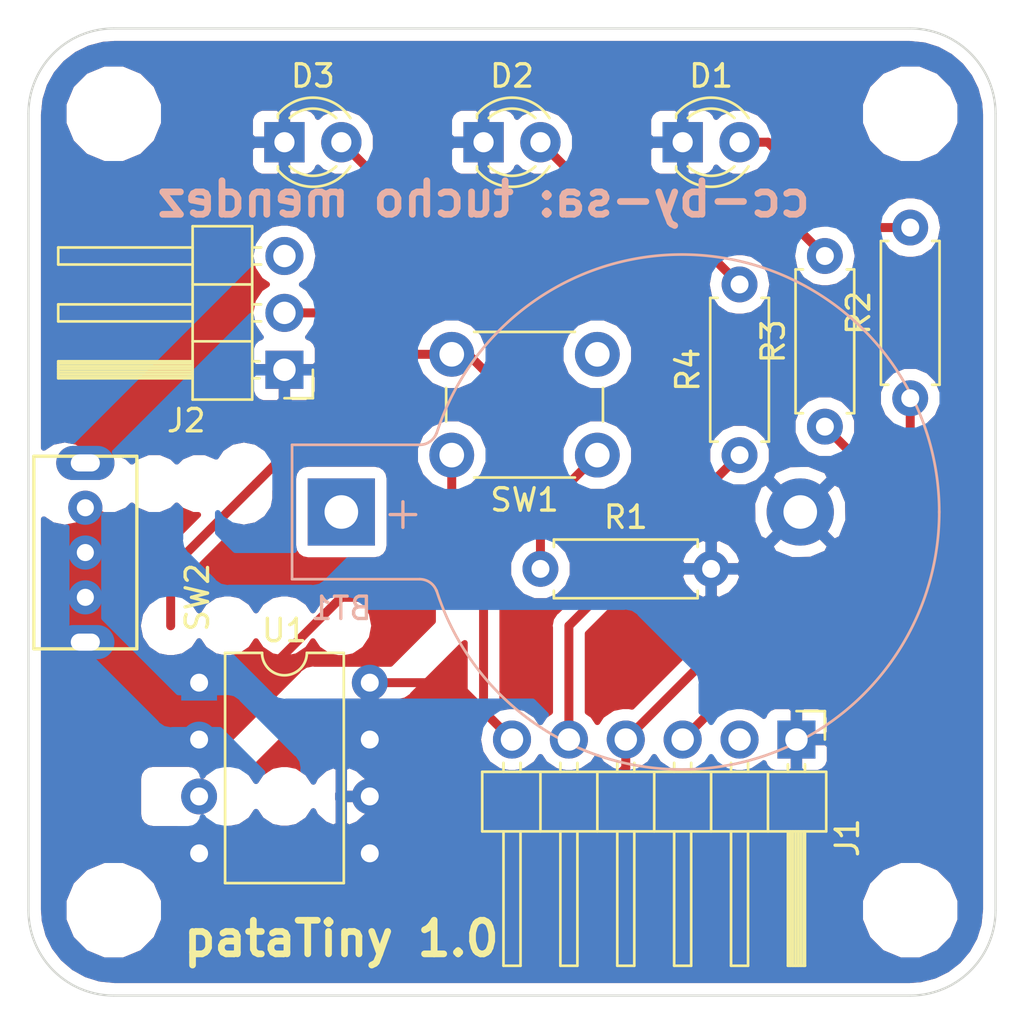
<source format=kicad_pcb>
(kicad_pcb (version 20171130) (host pcbnew 5.0.0-fee4fd1~66~ubuntu18.04.1)

  (general
    (thickness 1.6)
    (drawings 10)
    (tracks 45)
    (zones 0)
    (modules 17)
    (nets 13)
  )

  (page A4)
  (layers
    (0 F.Cu signal)
    (31 B.Cu signal)
    (32 B.Adhes user hide)
    (33 F.Adhes user hide)
    (34 B.Paste user hide)
    (35 F.Paste user hide)
    (36 B.SilkS user)
    (37 F.SilkS user)
    (38 B.Mask user hide)
    (39 F.Mask user hide)
    (40 Dwgs.User user)
    (41 Cmts.User user hide)
    (42 Eco1.User user hide)
    (43 Eco2.User user hide)
    (44 Edge.Cuts user)
    (45 Margin user)
    (46 B.CrtYd user hide)
    (47 F.CrtYd user hide)
    (48 B.Fab user hide)
    (49 F.Fab user hide)
  )

  (setup
    (last_trace_width 0.2)
    (user_trace_width 0.2)
    (user_trace_width 0.4)
    (trace_clearance 0.2)
    (zone_clearance 0.508)
    (zone_45_only yes)
    (trace_min 0.2)
    (segment_width 0.2)
    (edge_width 0.1)
    (via_size 0.6)
    (via_drill 0.4)
    (via_min_size 0.4)
    (via_min_drill 0.3)
    (uvia_size 0.3)
    (uvia_drill 0.1)
    (uvias_allowed no)
    (uvia_min_size 0.2)
    (uvia_min_drill 0.1)
    (pcb_text_width 0.3)
    (pcb_text_size 1.5 1.5)
    (mod_edge_width 0.15)
    (mod_text_size 1 1)
    (mod_text_width 0.15)
    (pad_size 1.5 1.5)
    (pad_drill 0.6)
    (pad_to_mask_clearance 0)
    (aux_axis_origin 0 0)
    (visible_elements FFFFFF7F)
    (pcbplotparams
      (layerselection 0x00030_80000001)
      (usegerberextensions false)
      (usegerberattributes false)
      (usegerberadvancedattributes false)
      (creategerberjobfile false)
      (excludeedgelayer true)
      (linewidth 0.100000)
      (plotframeref false)
      (viasonmask false)
      (mode 1)
      (useauxorigin false)
      (hpglpennumber 1)
      (hpglpenspeed 20)
      (hpglpendiameter 15.000000)
      (psnegative false)
      (psa4output false)
      (plotreference true)
      (plotvalue true)
      (plotinvisibletext false)
      (padsonsilk false)
      (subtractmaskfromsilk false)
      (outputformat 1)
      (mirror false)
      (drillshape 1)
      (scaleselection 1)
      (outputdirectory ""))
  )

  (net 0 "")
  (net 1 GND)
  (net 2 "Net-(BT1-Pad1)")
  (net 3 VCC)
  (net 4 "Net-(D1-Pad2)")
  (net 5 "Net-(D2-Pad2)")
  (net 6 "Net-(D3-Pad2)")
  (net 7 "Net-(J1-Pad2)")
  (net 8 "Net-(J1-Pad3)")
  (net 9 "Net-(J1-Pad4)")
  (net 10 "Net-(J1-Pad5)")
  (net 11 "Net-(R1-Pad1)")
  (net 12 "Net-(J2-Pad3)")

  (net_class Default "This is the default net class."
    (clearance 0.2)
    (trace_width 0.2)
    (via_dia 0.6)
    (via_drill 0.4)
    (uvia_dia 0.3)
    (uvia_drill 0.1)
    (add_net GND)
    (add_net "Net-(BT1-Pad1)")
    (add_net "Net-(D1-Pad2)")
    (add_net "Net-(D2-Pad2)")
    (add_net "Net-(D3-Pad2)")
    (add_net "Net-(J1-Pad2)")
    (add_net "Net-(J1-Pad3)")
    (add_net "Net-(J1-Pad4)")
    (add_net "Net-(J1-Pad5)")
    (add_net "Net-(J2-Pad3)")
    (add_net "Net-(R1-Pad1)")
    (add_net VCC)
  )

  (module Battery_Holders:Keystone_103_1x20mm-CoinCell (layer B.Cu) (tedit 5787C32C) (tstamp 5B048E6D)
    (at 148.59 111.76)
    (descr http://www.keyelco.com/product-pdf.cfm?p=719)
    (tags "Keystone type 103 battery holder")
    (path /59D92230)
    (fp_text reference BT1 (at 0 4.3) (layer B.SilkS)
      (effects (font (size 1 1) (thickness 0.15)) (justify mirror))
    )
    (fp_text value Battery_Cell (at 15 -13) (layer B.Fab)
      (effects (font (size 1 1) (thickness 0.15)) (justify mirror))
    )
    (fp_text user + (at 2.75 0) (layer B.SilkS)
      (effects (font (size 1.5 1.5) (thickness 0.15)) (justify mirror))
    )
    (fp_arc (start 15.2 0) (end 4.015 -3.6) (angle 162.5) (layer B.CrtYd) (width 0.05))
    (fp_arc (start 15.2 0) (end 4.015 3.6) (angle -162.5) (layer B.CrtYd) (width 0.05))
    (fp_arc (start 3.5 -3.8) (end 3.5 -3.25) (angle -70) (layer B.CrtYd) (width 0.05))
    (fp_arc (start 3.5 3.8) (end 3.5 3.25) (angle 70) (layer B.CrtYd) (width 0.05))
    (fp_arc (start 15.2 0) (end 4.25 -3.5) (angle 162.5) (layer B.SilkS) (width 0.12))
    (fp_arc (start 3.5 -3.8) (end 3.5 -3) (angle -70) (layer B.SilkS) (width 0.12))
    (fp_arc (start 15.2 0) (end 4.25 3.5) (angle -162.5) (layer B.SilkS) (width 0.12))
    (fp_arc (start 3.5 3.8) (end 3.5 3) (angle 70) (layer B.SilkS) (width 0.12))
    (fp_arc (start 3.5 -3.8) (end 3.5 -2.9) (angle -70) (layer B.Fab) (width 0.1))
    (fp_arc (start 15.2 0) (end 4.35 -3.5) (angle 162.5) (layer B.Fab) (width 0.1))
    (fp_arc (start 15.2 0) (end 4.35 3.5) (angle -162.5) (layer B.Fab) (width 0.1))
    (fp_arc (start 15.2 0) (end 5.2 -1.3) (angle 180) (layer B.Fab) (width 0.1))
    (fp_line (start -2.45 3.25) (end 3.5 3.25) (layer B.CrtYd) (width 0.05))
    (fp_line (start -2.45 -3.25) (end 3.5 -3.25) (layer B.CrtYd) (width 0.05))
    (fp_line (start -2.45 -3.25) (end -2.45 3.25) (layer B.CrtYd) (width 0.05))
    (fp_line (start -2.2 3) (end 3.5 3) (layer B.SilkS) (width 0.12))
    (fp_line (start -2.2 -3) (end -2.2 3) (layer B.SilkS) (width 0.12))
    (fp_line (start -2.2 -3) (end 3.5 -3) (layer B.SilkS) (width 0.12))
    (fp_arc (start 15.2 0) (end 9 -1.3) (angle 170) (layer B.Fab) (width 0.1))
    (fp_arc (start 15.2 0) (end 13.3 -1.3) (angle 150) (layer B.Fab) (width 0.1))
    (fp_line (start 23.5712 -7.7216) (end 22.6568 -6.8834) (layer B.Fab) (width 0.1))
    (fp_line (start 23.5712 7.7216) (end 22.6314 6.858) (layer B.Fab) (width 0.1))
    (fp_arc (start 15.2 0) (end 13.3 1.3) (angle -150) (layer B.Fab) (width 0.1))
    (fp_arc (start 15.2 0) (end 9 1.3) (angle -170) (layer B.Fab) (width 0.1))
    (fp_arc (start 15.2 0) (end 5.2 1.3) (angle -180) (layer B.Fab) (width 0.1))
    (fp_line (start 3.5306 2.9) (end -1.7 2.9) (layer B.Fab) (width 0.1))
    (fp_line (start -1.7 -2.9) (end 3.5306 -2.9) (layer B.Fab) (width 0.1))
    (fp_line (start -2.1 2.5) (end -2.1 -2.5) (layer B.Fab) (width 0.1))
    (fp_line (start 0 -1.3) (end 16.2 -1.3) (layer B.Fab) (width 0.1))
    (fp_line (start 16.2 1.3) (end 0 1.3) (layer B.Fab) (width 0.1))
    (fp_arc (start 3.5 3.8) (end 3.5 2.9) (angle 70) (layer B.Fab) (width 0.1))
    (fp_arc (start 16.2 0) (end 16.2 1.3) (angle -180) (layer B.Fab) (width 0.1))
    (fp_line (start 0 1.3) (end 0 -1.3) (layer B.Fab) (width 0.1))
    (fp_arc (start -1.7 -2.5) (end -2.1 -2.5) (angle 90) (layer B.Fab) (width 0.1))
    (fp_arc (start -1.7 2.5) (end -2.1 2.5) (angle -90) (layer B.Fab) (width 0.1))
    (pad 2 thru_hole circle (at 20.49 0) (size 3 3) (drill 1.5) (layers *.Cu *.Mask)
      (net 1 GND))
    (pad 1 thru_hole rect (at 0 0) (size 3 3) (drill 1.5) (layers *.Cu *.Mask)
      (net 2 "Net-(BT1-Pad1)"))
    (model Battery_Holders.3dshapes/Keystone_103_1x20mm-CoinCell.wrl
      (offset (xyz 15.23999977111816 0 0))
      (scale (xyz 1 1 1))
      (rotate (xyz 0 0 180))
    )
  )

  (module myfootprint:sk12d07v (layer F.Cu) (tedit 5BAFAB9E) (tstamp 5BAFADD8)
    (at 137.16 115.57 90)
    (path /5B048E78)
    (fp_text reference SW2 (at 0 5 90) (layer F.SilkS)
      (effects (font (size 1 1) (thickness 0.15)))
    )
    (fp_text value SW_DIP_x01 (at 0 -6 90) (layer F.Fab)
      (effects (font (size 1 1) (thickness 0.15)))
    )
    (fp_line (start -2.3 2.3) (end -2.3 -2.3) (layer F.SilkS) (width 0.15))
    (fp_line (start -2.3 -2.3) (end 6.3 -2.3) (layer F.SilkS) (width 0.15))
    (fp_line (start 6.3 -2.3) (end 6.3 2.3) (layer F.SilkS) (width 0.15))
    (fp_line (start 6.3 2.3) (end -2.3 2.3) (layer F.SilkS) (width 0.15))
    (pad 1 thru_hole circle (at 0 0 90) (size 1.524 1.524) (drill 0.762) (layers *.Cu *.Mask)
      (net 3 VCC))
    (pad 2 thru_hole circle (at 2 0 90) (size 1.524 1.524) (drill 0.762) (layers *.Cu *.Mask)
      (net 2 "Net-(BT1-Pad1)"))
    (pad 3 thru_hole circle (at 4 0 90) (size 1.524 1.524) (drill 0.762) (layers *.Cu *.Mask))
    (pad 4 thru_hole oval (at -2 0 90) (size 1.524 2.6) (drill oval 0.762 1.3) (layers *.Cu *.Mask))
    (pad 5 thru_hole oval (at 6 0 90) (size 1.524 2.6) (drill oval 0.762 1.3) (layers *.Cu *.Mask))
  )

  (module Housings_DIP:DIP-8_W7.62mm (layer F.Cu) (tedit 59C78D6B) (tstamp 5B048EC2)
    (at 142.24 119.38)
    (descr "8-lead though-hole mounted DIP package, row spacing 7.62 mm (300 mils)")
    (tags "THT DIP DIL PDIP 2.54mm 7.62mm 300mil")
    (path /59CAB53C)
    (fp_text reference U1 (at 3.81 -2.33) (layer F.SilkS)
      (effects (font (size 1 1) (thickness 0.15)))
    )
    (fp_text value ATTINY85-20PU (at 3.81 9.95) (layer F.Fab)
      (effects (font (size 1 1) (thickness 0.15)))
    )
    (fp_arc (start 3.81 -1.33) (end 2.81 -1.33) (angle -180) (layer F.SilkS) (width 0.12))
    (fp_line (start 1.635 -1.27) (end 6.985 -1.27) (layer F.Fab) (width 0.1))
    (fp_line (start 6.985 -1.27) (end 6.985 8.89) (layer F.Fab) (width 0.1))
    (fp_line (start 6.985 8.89) (end 0.635 8.89) (layer F.Fab) (width 0.1))
    (fp_line (start 0.635 8.89) (end 0.635 -0.27) (layer F.Fab) (width 0.1))
    (fp_line (start 0.635 -0.27) (end 1.635 -1.27) (layer F.Fab) (width 0.1))
    (fp_line (start 2.81 -1.33) (end 1.16 -1.33) (layer F.SilkS) (width 0.12))
    (fp_line (start 1.16 -1.33) (end 1.16 8.95) (layer F.SilkS) (width 0.12))
    (fp_line (start 1.16 8.95) (end 6.46 8.95) (layer F.SilkS) (width 0.12))
    (fp_line (start 6.46 8.95) (end 6.46 -1.33) (layer F.SilkS) (width 0.12))
    (fp_line (start 6.46 -1.33) (end 4.81 -1.33) (layer F.SilkS) (width 0.12))
    (fp_line (start -1.1 -1.55) (end -1.1 9.15) (layer F.CrtYd) (width 0.05))
    (fp_line (start -1.1 9.15) (end 8.7 9.15) (layer F.CrtYd) (width 0.05))
    (fp_line (start 8.7 9.15) (end 8.7 -1.55) (layer F.CrtYd) (width 0.05))
    (fp_line (start 8.7 -1.55) (end -1.1 -1.55) (layer F.CrtYd) (width 0.05))
    (fp_text user %R (at 3.81 3.81) (layer F.Fab)
      (effects (font (size 1 1) (thickness 0.15)))
    )
    (pad 1 thru_hole rect (at 0 0) (size 1.6 1.6) (drill 0.8) (layers *.Cu *.Mask)
      (net 7 "Net-(J1-Pad2)"))
    (pad 5 thru_hole oval (at 7.62 7.62) (size 1.6 1.6) (drill 0.8) (layers *.Cu *.Mask)
      (net 8 "Net-(J1-Pad3)"))
    (pad 2 thru_hole oval (at 0 2.54) (size 1.6 1.6) (drill 0.8) (layers *.Cu *.Mask)
      (net 11 "Net-(R1-Pad1)"))
    (pad 6 thru_hole oval (at 7.62 5.08) (size 1.6 1.6) (drill 0.8) (layers *.Cu *.Mask)
      (net 9 "Net-(J1-Pad4)"))
    (pad 3 thru_hole oval (at 0 5.08) (size 1.6 1.6) (drill 0.8) (layers *.Cu *.Mask)
      (net 12 "Net-(J2-Pad3)"))
    (pad 7 thru_hole oval (at 7.62 2.54) (size 1.6 1.6) (drill 0.8) (layers *.Cu *.Mask)
      (net 10 "Net-(J1-Pad5)"))
    (pad 4 thru_hole oval (at 0 7.62) (size 1.6 1.6) (drill 0.8) (layers *.Cu *.Mask)
      (net 1 GND))
    (pad 8 thru_hole oval (at 7.62 0) (size 1.6 1.6) (drill 0.8) (layers *.Cu *.Mask)
      (net 3 VCC))
    (model ${KISYS3DMOD}/Housings_DIP.3dshapes/DIP-8_W7.62mm.wrl
      (at (xyz 0 0 0))
      (scale (xyz 1 1 1))
      (rotate (xyz 0 0 0))
    )
  )

  (module Pin_Headers:Pin_Header_Angled_1x06_Pitch2.54mm (layer F.Cu) (tedit 59650532) (tstamp 5B048E8F)
    (at 168.91 121.92 270)
    (descr "Through hole angled pin header, 1x06, 2.54mm pitch, 6mm pin length, single row")
    (tags "Through hole angled pin header THT 1x06 2.54mm single row")
    (path /5B04506B)
    (fp_text reference J1 (at 4.385 -2.27 270) (layer F.SilkS)
      (effects (font (size 1 1) (thickness 0.15)))
    )
    (fp_text value Conn_01x06_Female (at 4.385 14.97 270) (layer F.Fab)
      (effects (font (size 1 1) (thickness 0.15)))
    )
    (fp_line (start 2.135 -1.27) (end 4.04 -1.27) (layer F.Fab) (width 0.1))
    (fp_line (start 4.04 -1.27) (end 4.04 13.97) (layer F.Fab) (width 0.1))
    (fp_line (start 4.04 13.97) (end 1.5 13.97) (layer F.Fab) (width 0.1))
    (fp_line (start 1.5 13.97) (end 1.5 -0.635) (layer F.Fab) (width 0.1))
    (fp_line (start 1.5 -0.635) (end 2.135 -1.27) (layer F.Fab) (width 0.1))
    (fp_line (start -0.32 -0.32) (end 1.5 -0.32) (layer F.Fab) (width 0.1))
    (fp_line (start -0.32 -0.32) (end -0.32 0.32) (layer F.Fab) (width 0.1))
    (fp_line (start -0.32 0.32) (end 1.5 0.32) (layer F.Fab) (width 0.1))
    (fp_line (start 4.04 -0.32) (end 10.04 -0.32) (layer F.Fab) (width 0.1))
    (fp_line (start 10.04 -0.32) (end 10.04 0.32) (layer F.Fab) (width 0.1))
    (fp_line (start 4.04 0.32) (end 10.04 0.32) (layer F.Fab) (width 0.1))
    (fp_line (start -0.32 2.22) (end 1.5 2.22) (layer F.Fab) (width 0.1))
    (fp_line (start -0.32 2.22) (end -0.32 2.86) (layer F.Fab) (width 0.1))
    (fp_line (start -0.32 2.86) (end 1.5 2.86) (layer F.Fab) (width 0.1))
    (fp_line (start 4.04 2.22) (end 10.04 2.22) (layer F.Fab) (width 0.1))
    (fp_line (start 10.04 2.22) (end 10.04 2.86) (layer F.Fab) (width 0.1))
    (fp_line (start 4.04 2.86) (end 10.04 2.86) (layer F.Fab) (width 0.1))
    (fp_line (start -0.32 4.76) (end 1.5 4.76) (layer F.Fab) (width 0.1))
    (fp_line (start -0.32 4.76) (end -0.32 5.4) (layer F.Fab) (width 0.1))
    (fp_line (start -0.32 5.4) (end 1.5 5.4) (layer F.Fab) (width 0.1))
    (fp_line (start 4.04 4.76) (end 10.04 4.76) (layer F.Fab) (width 0.1))
    (fp_line (start 10.04 4.76) (end 10.04 5.4) (layer F.Fab) (width 0.1))
    (fp_line (start 4.04 5.4) (end 10.04 5.4) (layer F.Fab) (width 0.1))
    (fp_line (start -0.32 7.3) (end 1.5 7.3) (layer F.Fab) (width 0.1))
    (fp_line (start -0.32 7.3) (end -0.32 7.94) (layer F.Fab) (width 0.1))
    (fp_line (start -0.32 7.94) (end 1.5 7.94) (layer F.Fab) (width 0.1))
    (fp_line (start 4.04 7.3) (end 10.04 7.3) (layer F.Fab) (width 0.1))
    (fp_line (start 10.04 7.3) (end 10.04 7.94) (layer F.Fab) (width 0.1))
    (fp_line (start 4.04 7.94) (end 10.04 7.94) (layer F.Fab) (width 0.1))
    (fp_line (start -0.32 9.84) (end 1.5 9.84) (layer F.Fab) (width 0.1))
    (fp_line (start -0.32 9.84) (end -0.32 10.48) (layer F.Fab) (width 0.1))
    (fp_line (start -0.32 10.48) (end 1.5 10.48) (layer F.Fab) (width 0.1))
    (fp_line (start 4.04 9.84) (end 10.04 9.84) (layer F.Fab) (width 0.1))
    (fp_line (start 10.04 9.84) (end 10.04 10.48) (layer F.Fab) (width 0.1))
    (fp_line (start 4.04 10.48) (end 10.04 10.48) (layer F.Fab) (width 0.1))
    (fp_line (start -0.32 12.38) (end 1.5 12.38) (layer F.Fab) (width 0.1))
    (fp_line (start -0.32 12.38) (end -0.32 13.02) (layer F.Fab) (width 0.1))
    (fp_line (start -0.32 13.02) (end 1.5 13.02) (layer F.Fab) (width 0.1))
    (fp_line (start 4.04 12.38) (end 10.04 12.38) (layer F.Fab) (width 0.1))
    (fp_line (start 10.04 12.38) (end 10.04 13.02) (layer F.Fab) (width 0.1))
    (fp_line (start 4.04 13.02) (end 10.04 13.02) (layer F.Fab) (width 0.1))
    (fp_line (start 1.44 -1.33) (end 1.44 14.03) (layer F.SilkS) (width 0.12))
    (fp_line (start 1.44 14.03) (end 4.1 14.03) (layer F.SilkS) (width 0.12))
    (fp_line (start 4.1 14.03) (end 4.1 -1.33) (layer F.SilkS) (width 0.12))
    (fp_line (start 4.1 -1.33) (end 1.44 -1.33) (layer F.SilkS) (width 0.12))
    (fp_line (start 4.1 -0.38) (end 10.1 -0.38) (layer F.SilkS) (width 0.12))
    (fp_line (start 10.1 -0.38) (end 10.1 0.38) (layer F.SilkS) (width 0.12))
    (fp_line (start 10.1 0.38) (end 4.1 0.38) (layer F.SilkS) (width 0.12))
    (fp_line (start 4.1 -0.32) (end 10.1 -0.32) (layer F.SilkS) (width 0.12))
    (fp_line (start 4.1 -0.2) (end 10.1 -0.2) (layer F.SilkS) (width 0.12))
    (fp_line (start 4.1 -0.08) (end 10.1 -0.08) (layer F.SilkS) (width 0.12))
    (fp_line (start 4.1 0.04) (end 10.1 0.04) (layer F.SilkS) (width 0.12))
    (fp_line (start 4.1 0.16) (end 10.1 0.16) (layer F.SilkS) (width 0.12))
    (fp_line (start 4.1 0.28) (end 10.1 0.28) (layer F.SilkS) (width 0.12))
    (fp_line (start 1.11 -0.38) (end 1.44 -0.38) (layer F.SilkS) (width 0.12))
    (fp_line (start 1.11 0.38) (end 1.44 0.38) (layer F.SilkS) (width 0.12))
    (fp_line (start 1.44 1.27) (end 4.1 1.27) (layer F.SilkS) (width 0.12))
    (fp_line (start 4.1 2.16) (end 10.1 2.16) (layer F.SilkS) (width 0.12))
    (fp_line (start 10.1 2.16) (end 10.1 2.92) (layer F.SilkS) (width 0.12))
    (fp_line (start 10.1 2.92) (end 4.1 2.92) (layer F.SilkS) (width 0.12))
    (fp_line (start 1.042929 2.16) (end 1.44 2.16) (layer F.SilkS) (width 0.12))
    (fp_line (start 1.042929 2.92) (end 1.44 2.92) (layer F.SilkS) (width 0.12))
    (fp_line (start 1.44 3.81) (end 4.1 3.81) (layer F.SilkS) (width 0.12))
    (fp_line (start 4.1 4.7) (end 10.1 4.7) (layer F.SilkS) (width 0.12))
    (fp_line (start 10.1 4.7) (end 10.1 5.46) (layer F.SilkS) (width 0.12))
    (fp_line (start 10.1 5.46) (end 4.1 5.46) (layer F.SilkS) (width 0.12))
    (fp_line (start 1.042929 4.7) (end 1.44 4.7) (layer F.SilkS) (width 0.12))
    (fp_line (start 1.042929 5.46) (end 1.44 5.46) (layer F.SilkS) (width 0.12))
    (fp_line (start 1.44 6.35) (end 4.1 6.35) (layer F.SilkS) (width 0.12))
    (fp_line (start 4.1 7.24) (end 10.1 7.24) (layer F.SilkS) (width 0.12))
    (fp_line (start 10.1 7.24) (end 10.1 8) (layer F.SilkS) (width 0.12))
    (fp_line (start 10.1 8) (end 4.1 8) (layer F.SilkS) (width 0.12))
    (fp_line (start 1.042929 7.24) (end 1.44 7.24) (layer F.SilkS) (width 0.12))
    (fp_line (start 1.042929 8) (end 1.44 8) (layer F.SilkS) (width 0.12))
    (fp_line (start 1.44 8.89) (end 4.1 8.89) (layer F.SilkS) (width 0.12))
    (fp_line (start 4.1 9.78) (end 10.1 9.78) (layer F.SilkS) (width 0.12))
    (fp_line (start 10.1 9.78) (end 10.1 10.54) (layer F.SilkS) (width 0.12))
    (fp_line (start 10.1 10.54) (end 4.1 10.54) (layer F.SilkS) (width 0.12))
    (fp_line (start 1.042929 9.78) (end 1.44 9.78) (layer F.SilkS) (width 0.12))
    (fp_line (start 1.042929 10.54) (end 1.44 10.54) (layer F.SilkS) (width 0.12))
    (fp_line (start 1.44 11.43) (end 4.1 11.43) (layer F.SilkS) (width 0.12))
    (fp_line (start 4.1 12.32) (end 10.1 12.32) (layer F.SilkS) (width 0.12))
    (fp_line (start 10.1 12.32) (end 10.1 13.08) (layer F.SilkS) (width 0.12))
    (fp_line (start 10.1 13.08) (end 4.1 13.08) (layer F.SilkS) (width 0.12))
    (fp_line (start 1.042929 12.32) (end 1.44 12.32) (layer F.SilkS) (width 0.12))
    (fp_line (start 1.042929 13.08) (end 1.44 13.08) (layer F.SilkS) (width 0.12))
    (fp_line (start -1.27 0) (end -1.27 -1.27) (layer F.SilkS) (width 0.12))
    (fp_line (start -1.27 -1.27) (end 0 -1.27) (layer F.SilkS) (width 0.12))
    (fp_line (start -1.8 -1.8) (end -1.8 14.5) (layer F.CrtYd) (width 0.05))
    (fp_line (start -1.8 14.5) (end 10.55 14.5) (layer F.CrtYd) (width 0.05))
    (fp_line (start 10.55 14.5) (end 10.55 -1.8) (layer F.CrtYd) (width 0.05))
    (fp_line (start 10.55 -1.8) (end -1.8 -1.8) (layer F.CrtYd) (width 0.05))
    (fp_text user %R (at 2.77 6.35) (layer F.Fab)
      (effects (font (size 1 1) (thickness 0.15)))
    )
    (pad 1 thru_hole rect (at 0 0 270) (size 1.7 1.7) (drill 1) (layers *.Cu *.Mask)
      (net 1 GND))
    (pad 2 thru_hole oval (at 0 2.54 270) (size 1.7 1.7) (drill 1) (layers *.Cu *.Mask)
      (net 7 "Net-(J1-Pad2)"))
    (pad 3 thru_hole oval (at 0 5.08 270) (size 1.7 1.7) (drill 1) (layers *.Cu *.Mask)
      (net 8 "Net-(J1-Pad3)"))
    (pad 4 thru_hole oval (at 0 7.62 270) (size 1.7 1.7) (drill 1) (layers *.Cu *.Mask)
      (net 9 "Net-(J1-Pad4)"))
    (pad 5 thru_hole oval (at 0 10.16 270) (size 1.7 1.7) (drill 1) (layers *.Cu *.Mask)
      (net 10 "Net-(J1-Pad5)"))
    (pad 6 thru_hole oval (at 0 12.7 270) (size 1.7 1.7) (drill 1) (layers *.Cu *.Mask)
      (net 3 VCC))
    (model ${KISYS3DMOD}/Pin_Headers.3dshapes/Pin_Header_Angled_1x06_Pitch2.54mm.wrl
      (at (xyz 0 0 0))
      (scale (xyz 1 1 1))
      (rotate (xyz 0 0 0))
    )
  )

  (module Mounting_Holes:MountingHole_3.2mm_M3 (layer F.Cu) (tedit 5BD1F973) (tstamp 5B212A06)
    (at 138.43 93.98)
    (descr "Mounting Hole 3.2mm, no annular, M3")
    (tags "mounting hole 3.2mm no annular m3")
    (attr virtual)
    (fp_text reference REF** (at 0 -4.2) (layer F.SilkS) hide
      (effects (font (size 1 1) (thickness 0.15)))
    )
    (fp_text value MountingHole_3.2mm_M3 (at 0 4.2) (layer F.Fab)
      (effects (font (size 1 1) (thickness 0.15)))
    )
    (fp_text user %R (at 0.3 0) (layer F.Fab)
      (effects (font (size 1 1) (thickness 0.15)))
    )
    (fp_circle (center 0 0) (end 3.2 0) (layer Cmts.User) (width 0.15))
    (fp_circle (center 0 0) (end 3.45 0) (layer F.CrtYd) (width 0.05))
    (pad 1 np_thru_hole circle (at 0 0) (size 3.2 3.2) (drill 3.2) (layers *.Cu *.Mask))
  )

  (module Mounting_Holes:MountingHole_3.2mm_M3 (layer F.Cu) (tedit 5BD1F97E) (tstamp 5B212A10)
    (at 173.99 93.98)
    (descr "Mounting Hole 3.2mm, no annular, M3")
    (tags "mounting hole 3.2mm no annular m3")
    (attr virtual)
    (fp_text reference REF** (at 0 -4.2) (layer F.SilkS) hide
      (effects (font (size 1 1) (thickness 0.15)))
    )
    (fp_text value MountingHole_3.2mm_M3 (at 0 4.2) (layer F.Fab)
      (effects (font (size 1 1) (thickness 0.15)))
    )
    (fp_text user %R (at 0.3 0) (layer F.Fab)
      (effects (font (size 1 1) (thickness 0.15)))
    )
    (fp_circle (center 0 0) (end 3.2 0) (layer Cmts.User) (width 0.15))
    (fp_circle (center 0 0) (end 3.45 0) (layer F.CrtYd) (width 0.05))
    (pad 1 np_thru_hole circle (at 0 0) (size 3.2 3.2) (drill 3.2) (layers *.Cu *.Mask))
  )

  (module Mounting_Holes:MountingHole_3.2mm_M3 (layer F.Cu) (tedit 5BD1F968) (tstamp 5B212AAE)
    (at 173.99 129.54)
    (descr "Mounting Hole 3.2mm, no annular, M3")
    (tags "mounting hole 3.2mm no annular m3")
    (attr virtual)
    (fp_text reference REF** (at 0 -4.2) (layer F.SilkS) hide
      (effects (font (size 1 1) (thickness 0.15)))
    )
    (fp_text value MountingHole_3.2mm_M3 (at 0 4.2) (layer F.Fab)
      (effects (font (size 1 1) (thickness 0.15)))
    )
    (fp_text user %R (at 0.3 0) (layer F.Fab)
      (effects (font (size 1 1) (thickness 0.15)))
    )
    (fp_circle (center 0 0) (end 3.2 0) (layer Cmts.User) (width 0.15))
    (fp_circle (center 0 0) (end 3.45 0) (layer F.CrtYd) (width 0.05))
    (pad 1 np_thru_hole circle (at 0 0) (size 3.2 3.2) (drill 3.2) (layers *.Cu *.Mask))
  )

  (module Mounting_Holes:MountingHole_3.2mm_M3 (layer F.Cu) (tedit 5BD1F96E) (tstamp 5B212AB6)
    (at 138.43 129.54)
    (descr "Mounting Hole 3.2mm, no annular, M3")
    (tags "mounting hole 3.2mm no annular m3")
    (attr virtual)
    (fp_text reference REF** (at 0 -4.2) (layer F.SilkS) hide
      (effects (font (size 1 1) (thickness 0.15)))
    )
    (fp_text value MountingHole_3.2mm_M3 (at 0 4.2) (layer F.Fab)
      (effects (font (size 1 1) (thickness 0.15)))
    )
    (fp_text user %R (at 0.3 0) (layer F.Fab)
      (effects (font (size 1 1) (thickness 0.15)))
    )
    (fp_circle (center 0 0) (end 3.2 0) (layer Cmts.User) (width 0.15))
    (fp_circle (center 0 0) (end 3.45 0) (layer F.CrtYd) (width 0.05))
    (pad 1 np_thru_hole circle (at 0 0) (size 3.2 3.2) (drill 3.2) (layers *.Cu *.Mask))
  )

  (module Pin_Headers:Pin_Header_Angled_1x03_Pitch2.54mm (layer F.Cu) (tedit 59650532) (tstamp 5B393F6B)
    (at 146.05 105.41 180)
    (descr "Through hole angled pin header, 1x03, 2.54mm pitch, 6mm pin length, single row")
    (tags "Through hole angled pin header THT 1x03 2.54mm single row")
    (path /5B393E6D)
    (fp_text reference J2 (at 4.385 -2.27 180) (layer F.SilkS)
      (effects (font (size 1 1) (thickness 0.15)))
    )
    (fp_text value Conn_01x03_Female (at 4.385 7.35 180) (layer F.Fab)
      (effects (font (size 1 1) (thickness 0.15)))
    )
    (fp_line (start 2.135 -1.27) (end 4.04 -1.27) (layer F.Fab) (width 0.1))
    (fp_line (start 4.04 -1.27) (end 4.04 6.35) (layer F.Fab) (width 0.1))
    (fp_line (start 4.04 6.35) (end 1.5 6.35) (layer F.Fab) (width 0.1))
    (fp_line (start 1.5 6.35) (end 1.5 -0.635) (layer F.Fab) (width 0.1))
    (fp_line (start 1.5 -0.635) (end 2.135 -1.27) (layer F.Fab) (width 0.1))
    (fp_line (start -0.32 -0.32) (end 1.5 -0.32) (layer F.Fab) (width 0.1))
    (fp_line (start -0.32 -0.32) (end -0.32 0.32) (layer F.Fab) (width 0.1))
    (fp_line (start -0.32 0.32) (end 1.5 0.32) (layer F.Fab) (width 0.1))
    (fp_line (start 4.04 -0.32) (end 10.04 -0.32) (layer F.Fab) (width 0.1))
    (fp_line (start 10.04 -0.32) (end 10.04 0.32) (layer F.Fab) (width 0.1))
    (fp_line (start 4.04 0.32) (end 10.04 0.32) (layer F.Fab) (width 0.1))
    (fp_line (start -0.32 2.22) (end 1.5 2.22) (layer F.Fab) (width 0.1))
    (fp_line (start -0.32 2.22) (end -0.32 2.86) (layer F.Fab) (width 0.1))
    (fp_line (start -0.32 2.86) (end 1.5 2.86) (layer F.Fab) (width 0.1))
    (fp_line (start 4.04 2.22) (end 10.04 2.22) (layer F.Fab) (width 0.1))
    (fp_line (start 10.04 2.22) (end 10.04 2.86) (layer F.Fab) (width 0.1))
    (fp_line (start 4.04 2.86) (end 10.04 2.86) (layer F.Fab) (width 0.1))
    (fp_line (start -0.32 4.76) (end 1.5 4.76) (layer F.Fab) (width 0.1))
    (fp_line (start -0.32 4.76) (end -0.32 5.4) (layer F.Fab) (width 0.1))
    (fp_line (start -0.32 5.4) (end 1.5 5.4) (layer F.Fab) (width 0.1))
    (fp_line (start 4.04 4.76) (end 10.04 4.76) (layer F.Fab) (width 0.1))
    (fp_line (start 10.04 4.76) (end 10.04 5.4) (layer F.Fab) (width 0.1))
    (fp_line (start 4.04 5.4) (end 10.04 5.4) (layer F.Fab) (width 0.1))
    (fp_line (start 1.44 -1.33) (end 1.44 6.41) (layer F.SilkS) (width 0.12))
    (fp_line (start 1.44 6.41) (end 4.1 6.41) (layer F.SilkS) (width 0.12))
    (fp_line (start 4.1 6.41) (end 4.1 -1.33) (layer F.SilkS) (width 0.12))
    (fp_line (start 4.1 -1.33) (end 1.44 -1.33) (layer F.SilkS) (width 0.12))
    (fp_line (start 4.1 -0.38) (end 10.1 -0.38) (layer F.SilkS) (width 0.12))
    (fp_line (start 10.1 -0.38) (end 10.1 0.38) (layer F.SilkS) (width 0.12))
    (fp_line (start 10.1 0.38) (end 4.1 0.38) (layer F.SilkS) (width 0.12))
    (fp_line (start 4.1 -0.32) (end 10.1 -0.32) (layer F.SilkS) (width 0.12))
    (fp_line (start 4.1 -0.2) (end 10.1 -0.2) (layer F.SilkS) (width 0.12))
    (fp_line (start 4.1 -0.08) (end 10.1 -0.08) (layer F.SilkS) (width 0.12))
    (fp_line (start 4.1 0.04) (end 10.1 0.04) (layer F.SilkS) (width 0.12))
    (fp_line (start 4.1 0.16) (end 10.1 0.16) (layer F.SilkS) (width 0.12))
    (fp_line (start 4.1 0.28) (end 10.1 0.28) (layer F.SilkS) (width 0.12))
    (fp_line (start 1.11 -0.38) (end 1.44 -0.38) (layer F.SilkS) (width 0.12))
    (fp_line (start 1.11 0.38) (end 1.44 0.38) (layer F.SilkS) (width 0.12))
    (fp_line (start 1.44 1.27) (end 4.1 1.27) (layer F.SilkS) (width 0.12))
    (fp_line (start 4.1 2.16) (end 10.1 2.16) (layer F.SilkS) (width 0.12))
    (fp_line (start 10.1 2.16) (end 10.1 2.92) (layer F.SilkS) (width 0.12))
    (fp_line (start 10.1 2.92) (end 4.1 2.92) (layer F.SilkS) (width 0.12))
    (fp_line (start 1.042929 2.16) (end 1.44 2.16) (layer F.SilkS) (width 0.12))
    (fp_line (start 1.042929 2.92) (end 1.44 2.92) (layer F.SilkS) (width 0.12))
    (fp_line (start 1.44 3.81) (end 4.1 3.81) (layer F.SilkS) (width 0.12))
    (fp_line (start 4.1 4.7) (end 10.1 4.7) (layer F.SilkS) (width 0.12))
    (fp_line (start 10.1 4.7) (end 10.1 5.46) (layer F.SilkS) (width 0.12))
    (fp_line (start 10.1 5.46) (end 4.1 5.46) (layer F.SilkS) (width 0.12))
    (fp_line (start 1.042929 4.7) (end 1.44 4.7) (layer F.SilkS) (width 0.12))
    (fp_line (start 1.042929 5.46) (end 1.44 5.46) (layer F.SilkS) (width 0.12))
    (fp_line (start -1.27 0) (end -1.27 -1.27) (layer F.SilkS) (width 0.12))
    (fp_line (start -1.27 -1.27) (end 0 -1.27) (layer F.SilkS) (width 0.12))
    (fp_line (start -1.8 -1.8) (end -1.8 6.85) (layer F.CrtYd) (width 0.05))
    (fp_line (start -1.8 6.85) (end 10.55 6.85) (layer F.CrtYd) (width 0.05))
    (fp_line (start 10.55 6.85) (end 10.55 -1.8) (layer F.CrtYd) (width 0.05))
    (fp_line (start 10.55 -1.8) (end -1.8 -1.8) (layer F.CrtYd) (width 0.05))
    (fp_text user %R (at 2.77 2.54 270) (layer F.Fab)
      (effects (font (size 1 1) (thickness 0.15)))
    )
    (pad 1 thru_hole rect (at 0 0 180) (size 1.7 1.7) (drill 1) (layers *.Cu *.Mask)
      (net 1 GND))
    (pad 2 thru_hole oval (at 0 2.54 180) (size 1.7 1.7) (drill 1) (layers *.Cu *.Mask)
      (net 3 VCC))
    (pad 3 thru_hole oval (at 0 5.08 180) (size 1.7 1.7) (drill 1) (layers *.Cu *.Mask)
      (net 12 "Net-(J2-Pad3)"))
    (model ${KISYS3DMOD}/Pin_Headers.3dshapes/Pin_Header_Angled_1x03_Pitch2.54mm.wrl
      (at (xyz 0 0 0))
      (scale (xyz 1 1 1))
      (rotate (xyz 0 0 0))
    )
  )

  (module myfootprint:R_Axial_DIN0207_L6.3mm_D2.5mm_P7.62mm_Horizontal (layer F.Cu) (tedit 5874F706) (tstamp 5B49005B)
    (at 157.48 114.3)
    (descr "Resistor, Axial_DIN0207 series, Axial, Horizontal, pin pitch=7.62mm, 0.25W = 1/4W, length*diameter=6.3*2.5mm^2, http://cdn-reichelt.de/documents/datenblatt/B400/1_4W%23YAG.pdf")
    (tags "Resistor Axial_DIN0207 series Axial Horizontal pin pitch 7.62mm 0.25W = 1/4W length 6.3mm diameter 2.5mm")
    (path /5A74B427)
    (fp_text reference R1 (at 3.81 -2.31) (layer F.SilkS)
      (effects (font (size 1 1) (thickness 0.15)))
    )
    (fp_text value 10K (at 3.81 2.31) (layer F.Fab)
      (effects (font (size 1 1) (thickness 0.15)))
    )
    (fp_line (start 0.66 -1.25) (end 0.66 1.25) (layer F.Fab) (width 0.1))
    (fp_line (start 0.66 1.25) (end 6.96 1.25) (layer F.Fab) (width 0.1))
    (fp_line (start 6.96 1.25) (end 6.96 -1.25) (layer F.Fab) (width 0.1))
    (fp_line (start 6.96 -1.25) (end 0.66 -1.25) (layer F.Fab) (width 0.1))
    (fp_line (start 0 0) (end 0.66 0) (layer F.Fab) (width 0.1))
    (fp_line (start 7.62 0) (end 6.96 0) (layer F.Fab) (width 0.1))
    (fp_line (start 0.6 -0.98) (end 0.6 -1.31) (layer F.SilkS) (width 0.12))
    (fp_line (start 0.6 -1.31) (end 7.02 -1.31) (layer F.SilkS) (width 0.12))
    (fp_line (start 7.02 -1.31) (end 7.02 -0.98) (layer F.SilkS) (width 0.12))
    (fp_line (start 0.6 0.98) (end 0.6 1.31) (layer F.SilkS) (width 0.12))
    (fp_line (start 0.6 1.31) (end 7.02 1.31) (layer F.SilkS) (width 0.12))
    (fp_line (start 7.02 1.31) (end 7.02 0.98) (layer F.SilkS) (width 0.12))
    (fp_line (start -1.05 -1.6) (end -1.05 1.6) (layer F.CrtYd) (width 0.05))
    (fp_line (start -1.05 1.6) (end 8.7 1.6) (layer F.CrtYd) (width 0.05))
    (fp_line (start 8.7 1.6) (end 8.7 -1.6) (layer F.CrtYd) (width 0.05))
    (fp_line (start 8.7 -1.6) (end -1.05 -1.6) (layer F.CrtYd) (width 0.05))
    (pad 1 thru_hole circle (at 0 0) (size 1.6 1.6) (drill 0.8) (layers *.Cu *.Mask)
      (net 11 "Net-(R1-Pad1)"))
    (pad 2 thru_hole oval (at 7.62 0) (size 1.6 1.6) (drill 0.8) (layers *.Cu *.Mask)
      (net 1 GND))
    (model ${KIPRJMOD}/models.3dshapes/R_Axial_DIN0207_L6.3mm_D2.5mm_P7.62mm_Horizontal.wrl
      (at (xyz 0 0 0))
      (scale (xyz 1 1 1))
      (rotate (xyz 0 0 0))
    )
  )

  (module myfootprint:R_Axial_DIN0207_L6.3mm_D2.5mm_P7.62mm_Horizontal (layer F.Cu) (tedit 5874F706) (tstamp 5B490060)
    (at 173.99 106.68 90)
    (descr "Resistor, Axial_DIN0207 series, Axial, Horizontal, pin pitch=7.62mm, 0.25W = 1/4W, length*diameter=6.3*2.5mm^2, http://cdn-reichelt.de/documents/datenblatt/B400/1_4W%23YAG.pdf")
    (tags "Resistor Axial_DIN0207 series Axial Horizontal pin pitch 7.62mm 0.25W = 1/4W length 6.3mm diameter 2.5mm")
    (path /59CAB6B1)
    (fp_text reference R2 (at 3.81 -2.31 90) (layer F.SilkS)
      (effects (font (size 1 1) (thickness 0.15)))
    )
    (fp_text value 100 (at 3.81 2.31 90) (layer F.Fab)
      (effects (font (size 1 1) (thickness 0.15)))
    )
    (fp_line (start 0.66 -1.25) (end 0.66 1.25) (layer F.Fab) (width 0.1))
    (fp_line (start 0.66 1.25) (end 6.96 1.25) (layer F.Fab) (width 0.1))
    (fp_line (start 6.96 1.25) (end 6.96 -1.25) (layer F.Fab) (width 0.1))
    (fp_line (start 6.96 -1.25) (end 0.66 -1.25) (layer F.Fab) (width 0.1))
    (fp_line (start 0 0) (end 0.66 0) (layer F.Fab) (width 0.1))
    (fp_line (start 7.62 0) (end 6.96 0) (layer F.Fab) (width 0.1))
    (fp_line (start 0.6 -0.98) (end 0.6 -1.31) (layer F.SilkS) (width 0.12))
    (fp_line (start 0.6 -1.31) (end 7.02 -1.31) (layer F.SilkS) (width 0.12))
    (fp_line (start 7.02 -1.31) (end 7.02 -0.98) (layer F.SilkS) (width 0.12))
    (fp_line (start 0.6 0.98) (end 0.6 1.31) (layer F.SilkS) (width 0.12))
    (fp_line (start 0.6 1.31) (end 7.02 1.31) (layer F.SilkS) (width 0.12))
    (fp_line (start 7.02 1.31) (end 7.02 0.98) (layer F.SilkS) (width 0.12))
    (fp_line (start -1.05 -1.6) (end -1.05 1.6) (layer F.CrtYd) (width 0.05))
    (fp_line (start -1.05 1.6) (end 8.7 1.6) (layer F.CrtYd) (width 0.05))
    (fp_line (start 8.7 1.6) (end 8.7 -1.6) (layer F.CrtYd) (width 0.05))
    (fp_line (start 8.7 -1.6) (end -1.05 -1.6) (layer F.CrtYd) (width 0.05))
    (pad 1 thru_hole circle (at 0 0 90) (size 1.6 1.6) (drill 0.8) (layers *.Cu *.Mask)
      (net 8 "Net-(J1-Pad3)"))
    (pad 2 thru_hole oval (at 7.62 0 90) (size 1.6 1.6) (drill 0.8) (layers *.Cu *.Mask)
      (net 4 "Net-(D1-Pad2)"))
    (model ${KIPRJMOD}/models.3dshapes/R_Axial_DIN0207_L6.3mm_D2.5mm_P7.62mm_Horizontal.wrl
      (at (xyz 0 0 0))
      (scale (xyz 1 1 1))
      (rotate (xyz 0 0 0))
    )
  )

  (module myfootprint:R_Axial_DIN0207_L6.3mm_D2.5mm_P7.62mm_Horizontal (layer F.Cu) (tedit 5874F706) (tstamp 5B490065)
    (at 170.18 107.95 90)
    (descr "Resistor, Axial_DIN0207 series, Axial, Horizontal, pin pitch=7.62mm, 0.25W = 1/4W, length*diameter=6.3*2.5mm^2, http://cdn-reichelt.de/documents/datenblatt/B400/1_4W%23YAG.pdf")
    (tags "Resistor Axial_DIN0207 series Axial Horizontal pin pitch 7.62mm 0.25W = 1/4W length 6.3mm diameter 2.5mm")
    (path /59CAB571)
    (fp_text reference R3 (at 3.81 -2.31 90) (layer F.SilkS)
      (effects (font (size 1 1) (thickness 0.15)))
    )
    (fp_text value 100 (at 3.81 2.31 90) (layer F.Fab)
      (effects (font (size 1 1) (thickness 0.15)))
    )
    (fp_line (start 0.66 -1.25) (end 0.66 1.25) (layer F.Fab) (width 0.1))
    (fp_line (start 0.66 1.25) (end 6.96 1.25) (layer F.Fab) (width 0.1))
    (fp_line (start 6.96 1.25) (end 6.96 -1.25) (layer F.Fab) (width 0.1))
    (fp_line (start 6.96 -1.25) (end 0.66 -1.25) (layer F.Fab) (width 0.1))
    (fp_line (start 0 0) (end 0.66 0) (layer F.Fab) (width 0.1))
    (fp_line (start 7.62 0) (end 6.96 0) (layer F.Fab) (width 0.1))
    (fp_line (start 0.6 -0.98) (end 0.6 -1.31) (layer F.SilkS) (width 0.12))
    (fp_line (start 0.6 -1.31) (end 7.02 -1.31) (layer F.SilkS) (width 0.12))
    (fp_line (start 7.02 -1.31) (end 7.02 -0.98) (layer F.SilkS) (width 0.12))
    (fp_line (start 0.6 0.98) (end 0.6 1.31) (layer F.SilkS) (width 0.12))
    (fp_line (start 0.6 1.31) (end 7.02 1.31) (layer F.SilkS) (width 0.12))
    (fp_line (start 7.02 1.31) (end 7.02 0.98) (layer F.SilkS) (width 0.12))
    (fp_line (start -1.05 -1.6) (end -1.05 1.6) (layer F.CrtYd) (width 0.05))
    (fp_line (start -1.05 1.6) (end 8.7 1.6) (layer F.CrtYd) (width 0.05))
    (fp_line (start 8.7 1.6) (end 8.7 -1.6) (layer F.CrtYd) (width 0.05))
    (fp_line (start 8.7 -1.6) (end -1.05 -1.6) (layer F.CrtYd) (width 0.05))
    (pad 1 thru_hole circle (at 0 0 90) (size 1.6 1.6) (drill 0.8) (layers *.Cu *.Mask)
      (net 9 "Net-(J1-Pad4)"))
    (pad 2 thru_hole oval (at 7.62 0 90) (size 1.6 1.6) (drill 0.8) (layers *.Cu *.Mask)
      (net 5 "Net-(D2-Pad2)"))
    (model ${KIPRJMOD}/models.3dshapes/R_Axial_DIN0207_L6.3mm_D2.5mm_P7.62mm_Horizontal.wrl
      (at (xyz 0 0 0))
      (scale (xyz 1 1 1))
      (rotate (xyz 0 0 0))
    )
  )

  (module myfootprint:R_Axial_DIN0207_L6.3mm_D2.5mm_P7.62mm_Horizontal (layer F.Cu) (tedit 5874F706) (tstamp 5B49006A)
    (at 166.37 109.22 90)
    (descr "Resistor, Axial_DIN0207 series, Axial, Horizontal, pin pitch=7.62mm, 0.25W = 1/4W, length*diameter=6.3*2.5mm^2, http://cdn-reichelt.de/documents/datenblatt/B400/1_4W%23YAG.pdf")
    (tags "Resistor Axial_DIN0207 series Axial Horizontal pin pitch 7.62mm 0.25W = 1/4W length 6.3mm diameter 2.5mm")
    (path /59CAB662)
    (fp_text reference R4 (at 3.81 -2.31 90) (layer F.SilkS)
      (effects (font (size 1 1) (thickness 0.15)))
    )
    (fp_text value 100 (at 3.81 2.31 90) (layer F.Fab)
      (effects (font (size 1 1) (thickness 0.15)))
    )
    (fp_line (start 0.66 -1.25) (end 0.66 1.25) (layer F.Fab) (width 0.1))
    (fp_line (start 0.66 1.25) (end 6.96 1.25) (layer F.Fab) (width 0.1))
    (fp_line (start 6.96 1.25) (end 6.96 -1.25) (layer F.Fab) (width 0.1))
    (fp_line (start 6.96 -1.25) (end 0.66 -1.25) (layer F.Fab) (width 0.1))
    (fp_line (start 0 0) (end 0.66 0) (layer F.Fab) (width 0.1))
    (fp_line (start 7.62 0) (end 6.96 0) (layer F.Fab) (width 0.1))
    (fp_line (start 0.6 -0.98) (end 0.6 -1.31) (layer F.SilkS) (width 0.12))
    (fp_line (start 0.6 -1.31) (end 7.02 -1.31) (layer F.SilkS) (width 0.12))
    (fp_line (start 7.02 -1.31) (end 7.02 -0.98) (layer F.SilkS) (width 0.12))
    (fp_line (start 0.6 0.98) (end 0.6 1.31) (layer F.SilkS) (width 0.12))
    (fp_line (start 0.6 1.31) (end 7.02 1.31) (layer F.SilkS) (width 0.12))
    (fp_line (start 7.02 1.31) (end 7.02 0.98) (layer F.SilkS) (width 0.12))
    (fp_line (start -1.05 -1.6) (end -1.05 1.6) (layer F.CrtYd) (width 0.05))
    (fp_line (start -1.05 1.6) (end 8.7 1.6) (layer F.CrtYd) (width 0.05))
    (fp_line (start 8.7 1.6) (end 8.7 -1.6) (layer F.CrtYd) (width 0.05))
    (fp_line (start 8.7 -1.6) (end -1.05 -1.6) (layer F.CrtYd) (width 0.05))
    (pad 1 thru_hole circle (at 0 0 90) (size 1.6 1.6) (drill 0.8) (layers *.Cu *.Mask)
      (net 10 "Net-(J1-Pad5)"))
    (pad 2 thru_hole oval (at 7.62 0 90) (size 1.6 1.6) (drill 0.8) (layers *.Cu *.Mask)
      (net 6 "Net-(D3-Pad2)"))
    (model ${KIPRJMOD}/models.3dshapes/R_Axial_DIN0207_L6.3mm_D2.5mm_P7.62mm_Horizontal.wrl
      (at (xyz 0 0 0))
      (scale (xyz 1 1 1))
      (rotate (xyz 0 0 0))
    )
  )

  (module myfootprint:SW_PUSH_6mm_H5mm (layer F.Cu) (tedit 5B48F956) (tstamp 5B49006F)
    (at 160.02 109.22 180)
    (descr "tactile push button, 6x6mm e.g. PHAP33xx series, height=5mm")
    (tags "tact sw push 6mm")
    (path /59CAB9A7)
    (fp_text reference SW1 (at 3.25 -2 180) (layer F.SilkS)
      (effects (font (size 1 1) (thickness 0.15)))
    )
    (fp_text value SW_DPST_x2 (at 3.75 6.7 180) (layer F.Fab)
      (effects (font (size 1 1) (thickness 0.15)))
    )
    (fp_text user %R (at 3.25 2.25 180) (layer F.Fab)
      (effects (font (size 1 1) (thickness 0.15)))
    )
    (fp_line (start 3.25 -0.75) (end 6.25 -0.75) (layer F.Fab) (width 0.1))
    (fp_line (start 6.25 -0.75) (end 6.25 5.25) (layer F.Fab) (width 0.1))
    (fp_line (start 6.25 5.25) (end 0.25 5.25) (layer F.Fab) (width 0.1))
    (fp_line (start 0.25 5.25) (end 0.25 -0.75) (layer F.Fab) (width 0.1))
    (fp_line (start 0.25 -0.75) (end 3.25 -0.75) (layer F.Fab) (width 0.1))
    (fp_line (start 7.75 6) (end 8 6) (layer F.CrtYd) (width 0.05))
    (fp_line (start 8 6) (end 8 5.75) (layer F.CrtYd) (width 0.05))
    (fp_line (start 7.75 -1.5) (end 8 -1.5) (layer F.CrtYd) (width 0.05))
    (fp_line (start 8 -1.5) (end 8 -1.25) (layer F.CrtYd) (width 0.05))
    (fp_line (start -1.5 -1.25) (end -1.5 -1.5) (layer F.CrtYd) (width 0.05))
    (fp_line (start -1.5 -1.5) (end -1.25 -1.5) (layer F.CrtYd) (width 0.05))
    (fp_line (start -1.5 5.75) (end -1.5 6) (layer F.CrtYd) (width 0.05))
    (fp_line (start -1.5 6) (end -1.25 6) (layer F.CrtYd) (width 0.05))
    (fp_line (start -1.25 -1.5) (end 7.75 -1.5) (layer F.CrtYd) (width 0.05))
    (fp_line (start -1.5 5.75) (end -1.5 -1.25) (layer F.CrtYd) (width 0.05))
    (fp_line (start 7.75 6) (end -1.25 6) (layer F.CrtYd) (width 0.05))
    (fp_line (start 8 -1.25) (end 8 5.75) (layer F.CrtYd) (width 0.05))
    (fp_line (start 1 5.5) (end 5.5 5.5) (layer F.SilkS) (width 0.12))
    (fp_line (start -0.25 1.5) (end -0.25 3) (layer F.SilkS) (width 0.12))
    (fp_line (start 5.5 -1) (end 1 -1) (layer F.SilkS) (width 0.12))
    (fp_line (start 6.75 3) (end 6.75 1.5) (layer F.SilkS) (width 0.12))
    (fp_circle (center 3.25 2.25) (end 1.25 2.5) (layer F.Fab) (width 0.1))
    (pad 2 thru_hole circle (at 0 4.5 270) (size 2 2) (drill 1.1) (layers *.Cu *.Mask)
      (net 3 VCC))
    (pad 1 thru_hole circle (at 0 0 270) (size 2 2) (drill 1.1) (layers *.Cu *.Mask)
      (net 11 "Net-(R1-Pad1)"))
    (pad 2 thru_hole circle (at 6.5 4.5 270) (size 2 2) (drill 1.1) (layers *.Cu *.Mask)
      (net 3 VCC))
    (pad 1 thru_hole circle (at 6.5 0 270) (size 2 2) (drill 1.1) (layers *.Cu *.Mask)
      (net 11 "Net-(R1-Pad1)"))
    (model ${KIPRJMOD}/models.3dshapes/SW_PUSH_6mm_H5mm.wrl
      (at (xyz 0 0 0))
      (scale (xyz 1 1 1))
      (rotate (xyz 0 0 0))
    )
  )

  (module LEDs:LED_D3.0mm (layer F.Cu) (tedit 587A3A7B) (tstamp 5B79AC4F)
    (at 163.83 95.25)
    (descr "LED, diameter 3.0mm, 2 pins")
    (tags "LED diameter 3.0mm 2 pins")
    (path /59CAB7D2)
    (fp_text reference D1 (at 1.27 -2.96) (layer F.SilkS)
      (effects (font (size 1 1) (thickness 0.15)))
    )
    (fp_text value LED (at 1.27 2.96) (layer F.Fab)
      (effects (font (size 1 1) (thickness 0.15)))
    )
    (fp_arc (start 1.27 0) (end -0.23 -1.16619) (angle 284.3) (layer F.Fab) (width 0.1))
    (fp_arc (start 1.27 0) (end -0.29 -1.235516) (angle 108.8) (layer F.SilkS) (width 0.12))
    (fp_arc (start 1.27 0) (end -0.29 1.235516) (angle -108.8) (layer F.SilkS) (width 0.12))
    (fp_arc (start 1.27 0) (end 0.229039 -1.08) (angle 87.9) (layer F.SilkS) (width 0.12))
    (fp_arc (start 1.27 0) (end 0.229039 1.08) (angle -87.9) (layer F.SilkS) (width 0.12))
    (fp_circle (center 1.27 0) (end 2.77 0) (layer F.Fab) (width 0.1))
    (fp_line (start -0.23 -1.16619) (end -0.23 1.16619) (layer F.Fab) (width 0.1))
    (fp_line (start -0.29 -1.236) (end -0.29 -1.08) (layer F.SilkS) (width 0.12))
    (fp_line (start -0.29 1.08) (end -0.29 1.236) (layer F.SilkS) (width 0.12))
    (fp_line (start -1.15 -2.25) (end -1.15 2.25) (layer F.CrtYd) (width 0.05))
    (fp_line (start -1.15 2.25) (end 3.7 2.25) (layer F.CrtYd) (width 0.05))
    (fp_line (start 3.7 2.25) (end 3.7 -2.25) (layer F.CrtYd) (width 0.05))
    (fp_line (start 3.7 -2.25) (end -1.15 -2.25) (layer F.CrtYd) (width 0.05))
    (pad 1 thru_hole rect (at 0 0) (size 1.8 1.8) (drill 0.9) (layers *.Cu *.Mask)
      (net 1 GND))
    (pad 2 thru_hole circle (at 2.54 0) (size 1.8 1.8) (drill 0.9) (layers *.Cu *.Mask)
      (net 4 "Net-(D1-Pad2)"))
    (model ${KISYS3DMOD}/LEDs.3dshapes/LED_D3.0mm.wrl
      (at (xyz 0 0 0))
      (scale (xyz 0.393701 0.393701 0.393701))
      (rotate (xyz 0 0 0))
    )
  )

  (module LEDs:LED_D3.0mm (layer F.Cu) (tedit 587A3A7B) (tstamp 5B79AC54)
    (at 154.94 95.25)
    (descr "LED, diameter 3.0mm, 2 pins")
    (tags "LED diameter 3.0mm 2 pins")
    (path /59CAB6CC)
    (fp_text reference D2 (at 1.27 -2.96) (layer F.SilkS)
      (effects (font (size 1 1) (thickness 0.15)))
    )
    (fp_text value LED (at 1.27 2.96) (layer F.Fab)
      (effects (font (size 1 1) (thickness 0.15)))
    )
    (fp_arc (start 1.27 0) (end -0.23 -1.16619) (angle 284.3) (layer F.Fab) (width 0.1))
    (fp_arc (start 1.27 0) (end -0.29 -1.235516) (angle 108.8) (layer F.SilkS) (width 0.12))
    (fp_arc (start 1.27 0) (end -0.29 1.235516) (angle -108.8) (layer F.SilkS) (width 0.12))
    (fp_arc (start 1.27 0) (end 0.229039 -1.08) (angle 87.9) (layer F.SilkS) (width 0.12))
    (fp_arc (start 1.27 0) (end 0.229039 1.08) (angle -87.9) (layer F.SilkS) (width 0.12))
    (fp_circle (center 1.27 0) (end 2.77 0) (layer F.Fab) (width 0.1))
    (fp_line (start -0.23 -1.16619) (end -0.23 1.16619) (layer F.Fab) (width 0.1))
    (fp_line (start -0.29 -1.236) (end -0.29 -1.08) (layer F.SilkS) (width 0.12))
    (fp_line (start -0.29 1.08) (end -0.29 1.236) (layer F.SilkS) (width 0.12))
    (fp_line (start -1.15 -2.25) (end -1.15 2.25) (layer F.CrtYd) (width 0.05))
    (fp_line (start -1.15 2.25) (end 3.7 2.25) (layer F.CrtYd) (width 0.05))
    (fp_line (start 3.7 2.25) (end 3.7 -2.25) (layer F.CrtYd) (width 0.05))
    (fp_line (start 3.7 -2.25) (end -1.15 -2.25) (layer F.CrtYd) (width 0.05))
    (pad 1 thru_hole rect (at 0 0) (size 1.8 1.8) (drill 0.9) (layers *.Cu *.Mask)
      (net 1 GND))
    (pad 2 thru_hole circle (at 2.54 0) (size 1.8 1.8) (drill 0.9) (layers *.Cu *.Mask)
      (net 5 "Net-(D2-Pad2)"))
    (model ${KISYS3DMOD}/LEDs.3dshapes/LED_D3.0mm.wrl
      (at (xyz 0 0 0))
      (scale (xyz 0.393701 0.393701 0.393701))
      (rotate (xyz 0 0 0))
    )
  )

  (module LEDs:LED_D3.0mm (layer F.Cu) (tedit 587A3A7B) (tstamp 5B79AC59)
    (at 146.05 95.25)
    (descr "LED, diameter 3.0mm, 2 pins")
    (tags "LED diameter 3.0mm 2 pins")
    (path /59CAB7FE)
    (fp_text reference D3 (at 1.27 -2.96) (layer F.SilkS)
      (effects (font (size 1 1) (thickness 0.15)))
    )
    (fp_text value LED (at 1.27 2.96) (layer F.Fab)
      (effects (font (size 1 1) (thickness 0.15)))
    )
    (fp_arc (start 1.27 0) (end -0.23 -1.16619) (angle 284.3) (layer F.Fab) (width 0.1))
    (fp_arc (start 1.27 0) (end -0.29 -1.235516) (angle 108.8) (layer F.SilkS) (width 0.12))
    (fp_arc (start 1.27 0) (end -0.29 1.235516) (angle -108.8) (layer F.SilkS) (width 0.12))
    (fp_arc (start 1.27 0) (end 0.229039 -1.08) (angle 87.9) (layer F.SilkS) (width 0.12))
    (fp_arc (start 1.27 0) (end 0.229039 1.08) (angle -87.9) (layer F.SilkS) (width 0.12))
    (fp_circle (center 1.27 0) (end 2.77 0) (layer F.Fab) (width 0.1))
    (fp_line (start -0.23 -1.16619) (end -0.23 1.16619) (layer F.Fab) (width 0.1))
    (fp_line (start -0.29 -1.236) (end -0.29 -1.08) (layer F.SilkS) (width 0.12))
    (fp_line (start -0.29 1.08) (end -0.29 1.236) (layer F.SilkS) (width 0.12))
    (fp_line (start -1.15 -2.25) (end -1.15 2.25) (layer F.CrtYd) (width 0.05))
    (fp_line (start -1.15 2.25) (end 3.7 2.25) (layer F.CrtYd) (width 0.05))
    (fp_line (start 3.7 2.25) (end 3.7 -2.25) (layer F.CrtYd) (width 0.05))
    (fp_line (start 3.7 -2.25) (end -1.15 -2.25) (layer F.CrtYd) (width 0.05))
    (pad 1 thru_hole rect (at 0 0) (size 1.8 1.8) (drill 0.9) (layers *.Cu *.Mask)
      (net 1 GND))
    (pad 2 thru_hole circle (at 2.54 0) (size 1.8 1.8) (drill 0.9) (layers *.Cu *.Mask)
      (net 6 "Net-(D3-Pad2)"))
    (model ${KISYS3DMOD}/LEDs.3dshapes/LED_D3.0mm.wrl
      (at (xyz 0 0 0))
      (scale (xyz 0.393701 0.393701 0.393701))
      (rotate (xyz 0 0 0))
    )
  )

  (gr_text "cc-by-sa: tucho mendez" (at 154.94 97.79) (layer B.SilkS)
    (effects (font (size 1.5 1.5) (thickness 0.3)) (justify mirror))
  )
  (gr_text "pataTiny 1.0" (at 148.59 130.81) (layer F.SilkS)
    (effects (font (size 1.5 1.5) (thickness 0.3)))
  )
  (gr_line (start 173.99 133.35) (end 138.43 133.35) (angle 90) (layer Edge.Cuts) (width 0.1))
  (gr_line (start 134.62 93.98) (end 134.62 129.54) (angle 90) (layer Edge.Cuts) (width 0.1))
  (gr_line (start 173.99 90.17) (end 138.43 90.17) (angle 90) (layer Edge.Cuts) (width 0.1))
  (gr_line (start 177.8 129.54) (end 177.8 93.98) (angle 90) (layer Edge.Cuts) (width 0.1))
  (gr_arc (start 138.43 93.98) (end 134.62 93.98) (angle 90) (layer Edge.Cuts) (width 0.1))
  (gr_arc (start 173.99 93.98) (end 173.99 90.17) (angle 90) (layer Edge.Cuts) (width 0.1))
  (gr_arc (start 173.99 129.54) (end 177.8 129.54) (angle 90) (layer Edge.Cuts) (width 0.1))
  (gr_arc (start 138.43 129.54) (end 138.43 133.35) (angle 90) (layer Edge.Cuts) (width 0.1))

  (segment (start 153.52 104.72) (end 150.495 104.72) (width 0.4) (layer F.Cu) (net 3))
  (segment (start 156.21 106.68) (end 154.25 104.72) (width 0.4) (layer F.Cu) (net 3) (tstamp 5B212599))
  (segment (start 156.21 110.49) (end 156.21 106.68) (width 0.4) (layer F.Cu) (net 3) (tstamp 5B212596))
  (segment (start 154.94 111.76) (end 156.21 110.49) (width 0.4) (layer F.Cu) (net 3) (tstamp 5B212592))
  (segment (start 154.25 104.72) (end 153.52 104.72) (width 0.4) (layer F.Cu) (net 3) (tstamp 5B21259C))
  (segment (start 154.94 120.65) (end 154.94 111.76) (width 0.4) (layer F.Cu) (net 3) (tstamp 5B212589))
  (segment (start 150.495 104.72) (end 150.55 104.72) (width 0.4) (layer F.Cu) (net 3) (tstamp 5B394082))
  (segment (start 150.495 104.775) (end 150.495 104.72) (width 0.4) (layer F.Cu) (net 3) (tstamp 5B394081))
  (segment (start 150.55 104.72) (end 144.78 110.49) (width 0.4) (layer F.Cu) (net 3) (tstamp 5B185B76))
  (segment (start 156.21 121.92) (end 154.94 120.65) (width 0.4) (layer F.Cu) (net 3))
  (segment (start 140.97 116.84) (end 140.97 114.3) (width 0.4) (layer F.Cu) (net 3) (status 10))
  (segment (start 140.97 114.3) (end 144.78 110.49) (width 0.4) (layer F.Cu) (net 3) (tstamp 5B185B6C))
  (segment (start 148.59 102.87) (end 150.495 104.775) (width 0.4) (layer F.Cu) (net 3) (tstamp 5B39407E))
  (segment (start 146.05 102.87) (end 148.59 102.87) (width 0.4) (layer F.Cu) (net 3))
  (segment (start 149.86 119.38) (end 153.67 119.38) (width 0.4) (layer F.Cu) (net 3))
  (segment (start 153.67 119.38) (end 154.94 120.65) (width 0.4) (layer F.Cu) (net 3))
  (segment (start 173.99 99.06) (end 171.45 99.06) (width 0.4) (layer F.Cu) (net 4))
  (segment (start 171.45 99.06) (end 167.64 95.25) (width 0.4) (layer F.Cu) (net 4) (tstamp 5B185C80))
  (segment (start 167.64 95.25) (end 166.37 95.25) (width 0.4) (layer F.Cu) (net 4) (tstamp 5B185C82))
  (segment (start 170.18 100.33) (end 167.64 97.79) (width 0.4) (layer F.Cu) (net 5))
  (segment (start 160.02 97.79) (end 157.48 95.25) (width 0.4) (layer F.Cu) (net 5) (tstamp 5B185C87))
  (segment (start 167.64 97.79) (end 160.02 97.79) (width 0.4) (layer F.Cu) (net 5) (tstamp 5B185C86))
  (segment (start 166.37 101.6) (end 163.83 99.06) (width 0.4) (layer F.Cu) (net 6))
  (segment (start 152.4 99.06) (end 148.59 95.25) (width 0.4) (layer F.Cu) (net 6) (tstamp 5B185C8C))
  (segment (start 163.83 99.06) (end 152.4 99.06) (width 0.4) (layer F.Cu) (net 6) (tstamp 5B185C8B))
  (segment (start 163.83 121.92) (end 166.37 119.38) (width 0.4) (layer F.Cu) (net 8))
  (segment (start 166.37 119.38) (end 171.45 119.38) (width 0.4) (layer F.Cu) (net 8) (tstamp 5B212527))
  (segment (start 171.45 119.38) (end 173.99 116.84) (width 0.4) (layer F.Cu) (net 8) (tstamp 5B21252D))
  (segment (start 173.99 116.84) (end 173.99 106.68) (width 0.4) (layer F.Cu) (net 8) (tstamp 5B212530))
  (segment (start 161.29 121.92) (end 165.1 118.11) (width 0.4) (layer F.Cu) (net 9))
  (segment (start 172.72 110.49) (end 170.18 107.95) (width 0.4) (layer F.Cu) (net 9) (tstamp 5B212949))
  (segment (start 172.72 115.57) (end 172.72 110.49) (width 0.4) (layer F.Cu) (net 9) (tstamp 5B212948))
  (segment (start 170.18 118.11) (end 172.72 115.57) (width 0.4) (layer F.Cu) (net 9) (tstamp 5B212945))
  (segment (start 165.1 118.11) (end 170.18 118.11) (width 0.4) (layer F.Cu) (net 9) (tstamp 5B212940))
  (segment (start 161.29 121.92) (end 161.29 123.19) (width 0.4) (layer F.Cu) (net 9))
  (segment (start 161.29 123.19) (end 160.02 124.46) (width 0.4) (layer F.Cu) (net 9))
  (segment (start 160.02 124.46) (end 149.86 124.46) (width 0.4) (layer F.Cu) (net 9))
  (segment (start 158.75 121.92) (end 158.75 116.84) (width 0.4) (layer F.Cu) (net 10))
  (segment (start 158.75 116.84) (end 166.37 109.22) (width 0.4) (layer F.Cu) (net 10) (tstamp 5B212913))
  (segment (start 157.48 114.3) (end 157.48 111.76) (width 0.4) (layer F.Cu) (net 11) (status 10))
  (segment (start 157.48 111.76) (end 160.02 109.22) (width 0.4) (layer F.Cu) (net 11) (tstamp 5B2125B4))
  (segment (start 153.52 109.22) (end 153.52 113.18) (width 0.4) (layer F.Cu) (net 11))
  (segment (start 153.52 113.18) (end 151.13 115.57) (width 0.4) (layer F.Cu) (net 11))
  (segment (start 148.59 115.57) (end 142.24 121.92) (width 0.4) (layer F.Cu) (net 11))
  (segment (start 151.13 115.57) (end 148.59 115.57) (width 0.4) (layer F.Cu) (net 11))

  (zone (net 1) (net_name GND) (layer B.Cu) (tstamp 5B184247) (hatch edge 0.508)
    (connect_pads (clearance 0.508))
    (min_thickness 0.254)
    (fill yes (arc_segments 16) (thermal_gap 0.508) (thermal_bridge_width 0.508))
    (polygon
      (pts
        (xy 179.07 134.62) (xy 133.35 134.62) (xy 133.35 88.9) (xy 179.07 88.9)
      )
    )
    (filled_polygon
      (pts
        (xy 174.617657 90.922279) (xy 175.219683 91.110943) (xy 175.77147 91.416804) (xy 176.250486 91.827371) (xy 176.637159 92.325868)
        (xy 176.915702 92.89194) (xy 177.076859 93.510634) (xy 177.115001 94.006327) (xy 177.115 129.505303) (xy 177.047721 130.167657)
        (xy 176.859057 130.769683) (xy 176.553197 131.321468) (xy 176.142632 131.800483) (xy 175.644132 132.18716) (xy 175.078059 132.465702)
        (xy 174.459367 132.626859) (xy 173.963686 132.665) (xy 138.464697 132.665) (xy 137.802343 132.597721) (xy 137.200317 132.409057)
        (xy 136.648532 132.103197) (xy 136.169517 131.692632) (xy 135.78284 131.194132) (xy 135.504298 130.628059) (xy 135.343141 130.009367)
        (xy 135.305 129.513686) (xy 135.305 129.095431) (xy 136.195 129.095431) (xy 136.195 129.984569) (xy 136.535259 130.806026)
        (xy 137.163974 131.434741) (xy 137.985431 131.775) (xy 138.874569 131.775) (xy 139.696026 131.434741) (xy 140.324741 130.806026)
        (xy 140.665 129.984569) (xy 140.665 129.095431) (xy 171.755 129.095431) (xy 171.755 129.984569) (xy 172.095259 130.806026)
        (xy 172.723974 131.434741) (xy 173.545431 131.775) (xy 174.434569 131.775) (xy 175.256026 131.434741) (xy 175.884741 130.806026)
        (xy 176.225 129.984569) (xy 176.225 129.095431) (xy 175.884741 128.273974) (xy 175.256026 127.645259) (xy 174.434569 127.305)
        (xy 173.545431 127.305) (xy 172.723974 127.645259) (xy 172.095259 128.273974) (xy 171.755 129.095431) (xy 140.665 129.095431)
        (xy 140.324741 128.273974) (xy 139.696026 127.645259) (xy 138.874569 127.305) (xy 137.985431 127.305) (xy 137.163974 127.645259)
        (xy 136.535259 128.273974) (xy 136.195 129.095431) (xy 135.305 129.095431) (xy 135.305 112.083408) (xy 135.694918 112.343944)
        (xy 136.24 112.452368) (xy 136.325001 112.43546) (xy 136.325 116.757767) (xy 136.308643 116.84) (xy 136.325 116.922233)
        (xy 136.325 116.922236) (xy 136.373448 117.1658) (xy 136.557999 117.442001) (xy 136.62772 117.488587) (xy 140.321415 121.182283)
        (xy 140.367999 121.252001) (xy 140.644199 121.436552) (xy 140.887763 121.485) (xy 140.97 121.501358) (xy 141.052237 121.485)
        (xy 143.164133 121.485) (xy 145.068853 123.389722) (xy 145.015423 123.425423) (xy 144.78 123.777758) (xy 144.544577 123.425423)
        (xy 144.069909 123.10826) (xy 143.651333 123.025) (xy 143.368667 123.025) (xy 142.950091 123.10826) (xy 142.475423 123.425423)
        (xy 142.394785 123.546106) (xy 142.368157 123.412235) (xy 142.227809 123.202191) (xy 142.017765 123.061843) (xy 141.77 123.01256)
        (xy 140.17 123.01256) (xy 139.922235 123.061843) (xy 139.712191 123.202191) (xy 139.571843 123.412235) (xy 139.52256 123.66)
        (xy 139.52256 125.26) (xy 139.571843 125.507765) (xy 139.712191 125.717809) (xy 139.922235 125.858157) (xy 140.17 125.90744)
        (xy 141.77 125.90744) (xy 142.017765 125.858157) (xy 142.227809 125.717809) (xy 142.368157 125.507765) (xy 142.394785 125.373894)
        (xy 142.475423 125.494577) (xy 142.950091 125.81174) (xy 143.368667 125.895) (xy 143.651333 125.895) (xy 144.069909 125.81174)
        (xy 144.544577 125.494577) (xy 144.78 125.142242) (xy 145.015423 125.494577) (xy 145.490091 125.81174) (xy 145.908667 125.895)
        (xy 146.191333 125.895) (xy 146.609909 125.81174) (xy 147.084577 125.494577) (xy 147.340947 125.110892) (xy 147.437611 125.315134)
        (xy 147.852577 125.691041) (xy 148.240961 125.851904) (xy 148.463 125.729915) (xy 148.463 124.587) (xy 148.717 124.587)
        (xy 148.717 125.729915) (xy 148.939039 125.851904) (xy 149.327423 125.691041) (xy 149.742389 125.315134) (xy 149.981914 124.809041)
        (xy 149.860629 124.587) (xy 148.717 124.587) (xy 148.463 124.587) (xy 148.443 124.587) (xy 148.443 124.333)
        (xy 148.463 124.333) (xy 148.463 123.190085) (xy 148.717 123.190085) (xy 148.717 124.333) (xy 149.860629 124.333)
        (xy 149.981914 124.110959) (xy 149.742389 123.604866) (xy 149.327423 123.228959) (xy 148.939039 123.068096) (xy 148.717 123.190085)
        (xy 148.463 123.190085) (xy 148.240961 123.068096) (xy 147.852577 123.228959) (xy 147.437611 123.604866) (xy 147.340947 123.809108)
        (xy 147.084577 123.425423) (xy 146.885 123.29207) (xy 146.885 123.272232) (xy 146.901357 123.189999) (xy 146.885 123.107766)
        (xy 146.885 123.107763) (xy 146.836552 122.864199) (xy 146.652001 122.587999) (xy 146.582285 122.541417) (xy 144.158587 120.11772)
        (xy 144.112001 120.047999) (xy 143.835801 119.863448) (xy 143.592237 119.815) (xy 143.592233 119.815) (xy 143.51 119.798643)
        (xy 143.427767 119.815) (xy 141.315868 119.815) (xy 138.340868 116.84) (xy 139.506887 116.84) (xy 139.61826 117.399909)
        (xy 139.935423 117.874577) (xy 140.410091 118.19174) (xy 140.828667 118.275) (xy 141.111333 118.275) (xy 141.529909 118.19174)
        (xy 142.004577 117.874577) (xy 142.24 117.522242) (xy 142.475423 117.874577) (xy 142.950091 118.19174) (xy 143.368667 118.275)
        (xy 143.651333 118.275) (xy 143.745418 118.256285) (xy 145.401417 119.912285) (xy 145.447999 119.982001) (xy 145.724199 120.166552)
        (xy 145.967763 120.215) (xy 145.967766 120.215) (xy 146.049999 120.231357) (xy 146.132232 120.215) (xy 157.134133 120.215)
        (xy 157.732806 120.813674) (xy 157.679375 120.849375) (xy 157.48 121.147761) (xy 157.280625 120.849375) (xy 156.789418 120.521161)
        (xy 156.356256 120.435) (xy 156.063744 120.435) (xy 155.630582 120.521161) (xy 155.139375 120.849375) (xy 154.811161 121.340582)
        (xy 154.695908 121.92) (xy 154.811161 122.499418) (xy 155.139375 122.990625) (xy 155.630582 123.318839) (xy 156.063744 123.405)
        (xy 156.356256 123.405) (xy 156.789418 123.318839) (xy 157.280625 122.990625) (xy 157.48 122.692239) (xy 157.679375 122.990625)
        (xy 158.170582 123.318839) (xy 158.603744 123.405) (xy 158.896256 123.405) (xy 159.329418 123.318839) (xy 159.820625 122.990625)
        (xy 160.02 122.692239) (xy 160.219375 122.990625) (xy 160.710582 123.318839) (xy 161.143744 123.405) (xy 161.436256 123.405)
        (xy 161.869418 123.318839) (xy 162.360625 122.990625) (xy 162.56 122.692239) (xy 162.759375 122.990625) (xy 163.250582 123.318839)
        (xy 163.683744 123.405) (xy 163.976256 123.405) (xy 164.409418 123.318839) (xy 164.900625 122.990625) (xy 165.1 122.692239)
        (xy 165.299375 122.990625) (xy 165.790582 123.318839) (xy 166.223744 123.405) (xy 166.516256 123.405) (xy 166.949418 123.318839)
        (xy 167.440625 122.990625) (xy 167.455096 122.968967) (xy 167.521673 123.129698) (xy 167.700301 123.308327) (xy 167.93369 123.405)
        (xy 168.62425 123.405) (xy 168.783 123.24625) (xy 168.783 122.047) (xy 169.037 122.047) (xy 169.037 123.24625)
        (xy 169.19575 123.405) (xy 169.88631 123.405) (xy 170.119699 123.308327) (xy 170.298327 123.129698) (xy 170.395 122.896309)
        (xy 170.395 122.20575) (xy 170.23625 122.047) (xy 169.037 122.047) (xy 168.783 122.047) (xy 168.763 122.047)
        (xy 168.763 121.793) (xy 168.783 121.793) (xy 168.783 120.59375) (xy 169.037 120.59375) (xy 169.037 121.793)
        (xy 170.23625 121.793) (xy 170.395 121.63425) (xy 170.395 120.943691) (xy 170.298327 120.710302) (xy 170.119699 120.531673)
        (xy 169.88631 120.435) (xy 169.19575 120.435) (xy 169.037 120.59375) (xy 168.783 120.59375) (xy 168.62425 120.435)
        (xy 167.93369 120.435) (xy 167.700301 120.531673) (xy 167.521673 120.710302) (xy 167.455096 120.871033) (xy 167.440625 120.849375)
        (xy 166.949418 120.521161) (xy 166.516256 120.435) (xy 166.223744 120.435) (xy 165.790582 120.521161) (xy 165.299375 120.849375)
        (xy 165.1 121.147761) (xy 164.900625 120.849375) (xy 164.665 120.691935) (xy 164.665 119.462232) (xy 164.681357 119.379999)
        (xy 164.665 119.297766) (xy 164.665 119.297763) (xy 164.616552 119.054199) (xy 164.511216 118.896552) (xy 164.478584 118.847715)
        (xy 164.478583 118.847714) (xy 164.432001 118.777999) (xy 164.362285 118.731416) (xy 161.938587 116.30772) (xy 161.892001 116.237999)
        (xy 161.615801 116.053448) (xy 161.372237 116.005) (xy 161.372233 116.005) (xy 161.29 115.988643) (xy 161.207767 116.005)
        (xy 149.75793 116.005) (xy 149.624577 115.805423) (xy 149.149909 115.48826) (xy 148.731333 115.405) (xy 148.448667 115.405)
        (xy 148.030091 115.48826) (xy 147.555423 115.805423) (xy 147.32 116.157758) (xy 147.084577 115.805423) (xy 146.609909 115.48826)
        (xy 146.191333 115.405) (xy 145.908667 115.405) (xy 145.490091 115.48826) (xy 145.015423 115.805423) (xy 144.78 116.157758)
        (xy 144.544577 115.805423) (xy 144.069909 115.48826) (xy 143.651333 115.405) (xy 143.368667 115.405) (xy 142.950091 115.48826)
        (xy 142.475423 115.805423) (xy 142.24 116.157758) (xy 142.004577 115.805423) (xy 141.529909 115.48826) (xy 141.111333 115.405)
        (xy 140.828667 115.405) (xy 140.410091 115.48826) (xy 139.935423 115.805423) (xy 139.61826 116.280091) (xy 139.506887 116.84)
        (xy 138.340868 116.84) (xy 137.995 116.494133) (xy 137.995 111.887) (xy 138.517881 111.887) (xy 139.031337 111.67432)
        (xy 139.24 111.465657) (xy 139.448663 111.67432) (xy 139.962119 111.887) (xy 140.517881 111.887) (xy 141.031337 111.67432)
        (xy 141.24 111.465657) (xy 141.405001 111.630658) (xy 141.405 112.947767) (xy 141.388643 113.03) (xy 141.405 113.112233)
        (xy 141.405 113.112236) (xy 141.453448 113.3558) (xy 141.637999 113.632001) (xy 141.70772 113.678587) (xy 142.861415 114.832282)
        (xy 142.907999 114.902001) (xy 143.184199 115.086552) (xy 143.427763 115.135) (xy 143.427766 115.135) (xy 143.509999 115.151357)
        (xy 143.592232 115.135) (xy 147.237767 115.135) (xy 147.32 115.151357) (xy 147.402233 115.135) (xy 147.402237 115.135)
        (xy 147.645801 115.086552) (xy 147.922001 114.902001) (xy 147.968587 114.83228) (xy 148.786306 114.014561) (xy 156.045 114.014561)
        (xy 156.045 114.585439) (xy 156.263466 115.112862) (xy 156.667138 115.516534) (xy 157.194561 115.735) (xy 157.765439 115.735)
        (xy 158.292862 115.516534) (xy 158.696534 115.112862) (xy 158.888655 114.649039) (xy 163.708096 114.649039) (xy 163.868959 115.037423)
        (xy 164.244866 115.452389) (xy 164.750959 115.691914) (xy 164.973 115.570629) (xy 164.973 114.427) (xy 165.227 114.427)
        (xy 165.227 115.570629) (xy 165.449041 115.691914) (xy 165.955134 115.452389) (xy 166.331041 115.037423) (xy 166.491904 114.649039)
        (xy 166.369915 114.427) (xy 165.227 114.427) (xy 164.973 114.427) (xy 163.830085 114.427) (xy 163.708096 114.649039)
        (xy 158.888655 114.649039) (xy 158.915 114.585439) (xy 158.915 114.014561) (xy 158.888656 113.950961) (xy 163.708096 113.950961)
        (xy 163.830085 114.173) (xy 164.973 114.173) (xy 164.973 113.029371) (xy 165.227 113.029371) (xy 165.227 114.173)
        (xy 166.369915 114.173) (xy 166.491904 113.950961) (xy 166.331041 113.562577) (xy 166.0696 113.27397) (xy 167.745635 113.27397)
        (xy 167.905418 113.592739) (xy 168.696187 113.902723) (xy 169.545387 113.886497) (xy 170.254582 113.592739) (xy 170.414365 113.27397)
        (xy 169.08 111.939605) (xy 167.745635 113.27397) (xy 166.0696 113.27397) (xy 165.955134 113.147611) (xy 165.449041 112.908086)
        (xy 165.227 113.029371) (xy 164.973 113.029371) (xy 164.750959 112.908086) (xy 164.244866 113.147611) (xy 163.868959 113.562577)
        (xy 163.708096 113.950961) (xy 158.888656 113.950961) (xy 158.696534 113.487138) (xy 158.292862 113.083466) (xy 157.765439 112.865)
        (xy 157.194561 112.865) (xy 156.667138 113.083466) (xy 156.263466 113.487138) (xy 156.045 114.014561) (xy 148.786306 114.014561)
        (xy 148.893428 113.90744) (xy 150.09 113.90744) (xy 150.337765 113.858157) (xy 150.547809 113.717809) (xy 150.688157 113.507765)
        (xy 150.73744 113.26) (xy 150.73744 111.376187) (xy 166.937277 111.376187) (xy 166.953503 112.225387) (xy 167.247261 112.934582)
        (xy 167.56603 113.094365) (xy 168.900395 111.76) (xy 169.259605 111.76) (xy 170.59397 113.094365) (xy 170.912739 112.934582)
        (xy 171.222723 112.143813) (xy 171.206497 111.294613) (xy 170.912739 110.585418) (xy 170.59397 110.425635) (xy 169.259605 111.76)
        (xy 168.900395 111.76) (xy 167.56603 110.425635) (xy 167.247261 110.585418) (xy 166.937277 111.376187) (xy 150.73744 111.376187)
        (xy 150.73744 110.26) (xy 150.688157 110.012235) (xy 150.547809 109.802191) (xy 150.337765 109.661843) (xy 150.09 109.61256)
        (xy 147.09 109.61256) (xy 146.842235 109.661843) (xy 146.632191 109.802191) (xy 146.491843 110.012235) (xy 146.44256 110.26)
        (xy 146.44256 113.26) (xy 146.483337 113.465) (xy 143.855868 113.465) (xy 143.075 112.684133) (xy 143.075 111.798985)
        (xy 143.23282 112.035179) (xy 143.694918 112.343944) (xy 144.24 112.452368) (xy 144.785081 112.343944) (xy 145.247179 112.03518)
        (xy 145.555944 111.573082) (xy 145.637 111.165588) (xy 145.637 109.814412) (xy 145.555944 109.406918) (xy 145.24718 108.94482)
        (xy 145.172287 108.894778) (xy 151.885 108.894778) (xy 151.885 109.545222) (xy 152.133914 110.146153) (xy 152.593847 110.606086)
        (xy 153.194778 110.855) (xy 153.845222 110.855) (xy 154.446153 110.606086) (xy 154.906086 110.146153) (xy 155.155 109.545222)
        (xy 155.155 108.894778) (xy 158.385 108.894778) (xy 158.385 109.545222) (xy 158.633914 110.146153) (xy 159.093847 110.606086)
        (xy 159.694778 110.855) (xy 160.345222 110.855) (xy 160.946153 110.606086) (xy 161.406086 110.146153) (xy 161.655 109.545222)
        (xy 161.655 108.934561) (xy 164.935 108.934561) (xy 164.935 109.505439) (xy 165.153466 110.032862) (xy 165.557138 110.436534)
        (xy 166.084561 110.655) (xy 166.655439 110.655) (xy 167.182862 110.436534) (xy 167.373366 110.24603) (xy 167.745635 110.24603)
        (xy 169.08 111.580395) (xy 170.414365 110.24603) (xy 170.254582 109.927261) (xy 169.463813 109.617277) (xy 168.614613 109.633503)
        (xy 167.905418 109.927261) (xy 167.745635 110.24603) (xy 167.373366 110.24603) (xy 167.586534 110.032862) (xy 167.805 109.505439)
        (xy 167.805 108.934561) (xy 167.586534 108.407138) (xy 167.182862 108.003466) (xy 166.655439 107.785) (xy 166.084561 107.785)
        (xy 165.557138 108.003466) (xy 165.153466 108.407138) (xy 164.935 108.934561) (xy 161.655 108.934561) (xy 161.655 108.894778)
        (xy 161.406086 108.293847) (xy 160.946153 107.833914) (xy 160.5373 107.664561) (xy 168.745 107.664561) (xy 168.745 108.235439)
        (xy 168.963466 108.762862) (xy 169.367138 109.166534) (xy 169.894561 109.385) (xy 170.465439 109.385) (xy 170.992862 109.166534)
        (xy 171.396534 108.762862) (xy 171.615 108.235439) (xy 171.615 107.664561) (xy 171.396534 107.137138) (xy 170.992862 106.733466)
        (xy 170.465439 106.515) (xy 169.894561 106.515) (xy 169.367138 106.733466) (xy 168.963466 107.137138) (xy 168.745 107.664561)
        (xy 160.5373 107.664561) (xy 160.345222 107.585) (xy 159.694778 107.585) (xy 159.093847 107.833914) (xy 158.633914 108.293847)
        (xy 158.385 108.894778) (xy 155.155 108.894778) (xy 154.906086 108.293847) (xy 154.446153 107.833914) (xy 153.845222 107.585)
        (xy 153.194778 107.585) (xy 152.593847 107.833914) (xy 152.133914 108.293847) (xy 151.885 108.894778) (xy 145.172287 108.894778)
        (xy 144.785082 108.636056) (xy 144.24 108.527632) (xy 143.694919 108.636056) (xy 143.232821 108.94482) (xy 143.000293 109.292821)
        (xy 142.517881 109.093) (xy 141.962119 109.093) (xy 141.448663 109.30568) (xy 141.24 109.514343) (xy 141.031337 109.30568)
        (xy 140.517881 109.093) (xy 139.962119 109.093) (xy 139.448663 109.30568) (xy 139.24 109.514343) (xy 139.031337 109.30568)
        (xy 138.517881 109.093) (xy 138.467867 109.093) (xy 141.865117 105.69575) (xy 144.565 105.69575) (xy 144.565 106.38631)
        (xy 144.661673 106.619699) (xy 144.840302 106.798327) (xy 145.073691 106.895) (xy 145.76425 106.895) (xy 145.923 106.73625)
        (xy 145.923 105.537) (xy 146.177 105.537) (xy 146.177 106.73625) (xy 146.33575 106.895) (xy 147.026309 106.895)
        (xy 147.259698 106.798327) (xy 147.438327 106.619699) (xy 147.531582 106.394561) (xy 172.555 106.394561) (xy 172.555 106.965439)
        (xy 172.773466 107.492862) (xy 173.177138 107.896534) (xy 173.704561 108.115) (xy 174.275439 108.115) (xy 174.802862 107.896534)
        (xy 175.206534 107.492862) (xy 175.425 106.965439) (xy 175.425 106.394561) (xy 175.206534 105.867138) (xy 174.802862 105.463466)
        (xy 174.275439 105.245) (xy 173.704561 105.245) (xy 173.177138 105.463466) (xy 172.773466 105.867138) (xy 172.555 106.394561)
        (xy 147.531582 106.394561) (xy 147.535 106.38631) (xy 147.535 105.69575) (xy 147.37625 105.537) (xy 146.177 105.537)
        (xy 145.923 105.537) (xy 144.72375 105.537) (xy 144.565 105.69575) (xy 141.865117 105.69575) (xy 144.561617 102.99925)
        (xy 144.651161 103.449418) (xy 144.979375 103.940625) (xy 145.001033 103.955096) (xy 144.840302 104.021673) (xy 144.661673 104.200301)
        (xy 144.565 104.43369) (xy 144.565 105.12425) (xy 144.72375 105.283) (xy 145.923 105.283) (xy 145.923 105.263)
        (xy 146.177 105.263) (xy 146.177 105.283) (xy 147.37625 105.283) (xy 147.535 105.12425) (xy 147.535 104.43369)
        (xy 147.518883 104.394778) (xy 151.885 104.394778) (xy 151.885 105.045222) (xy 152.133914 105.646153) (xy 152.593847 106.106086)
        (xy 153.194778 106.355) (xy 153.845222 106.355) (xy 154.446153 106.106086) (xy 154.906086 105.646153) (xy 155.155 105.045222)
        (xy 155.155 104.394778) (xy 158.385 104.394778) (xy 158.385 105.045222) (xy 158.633914 105.646153) (xy 159.093847 106.106086)
        (xy 159.694778 106.355) (xy 160.345222 106.355) (xy 160.946153 106.106086) (xy 161.406086 105.646153) (xy 161.655 105.045222)
        (xy 161.655 104.394778) (xy 161.406086 103.793847) (xy 160.946153 103.333914) (xy 160.345222 103.085) (xy 159.694778 103.085)
        (xy 159.093847 103.333914) (xy 158.633914 103.793847) (xy 158.385 104.394778) (xy 155.155 104.394778) (xy 154.906086 103.793847)
        (xy 154.446153 103.333914) (xy 153.845222 103.085) (xy 153.194778 103.085) (xy 152.593847 103.333914) (xy 152.133914 103.793847)
        (xy 151.885 104.394778) (xy 147.518883 104.394778) (xy 147.438327 104.200301) (xy 147.259698 104.021673) (xy 147.098967 103.955096)
        (xy 147.120625 103.940625) (xy 147.448839 103.449418) (xy 147.564092 102.87) (xy 147.448839 102.290582) (xy 147.120625 101.799375)
        (xy 146.822239 101.6) (xy 164.906887 101.6) (xy 165.01826 102.159909) (xy 165.335423 102.634577) (xy 165.810091 102.95174)
        (xy 166.228667 103.035) (xy 166.511333 103.035) (xy 166.929909 102.95174) (xy 167.404577 102.634577) (xy 167.72174 102.159909)
        (xy 167.833113 101.6) (xy 167.72174 101.040091) (xy 167.404577 100.565423) (xy 167.052242 100.33) (xy 168.716887 100.33)
        (xy 168.82826 100.889909) (xy 169.145423 101.364577) (xy 169.620091 101.68174) (xy 170.038667 101.765) (xy 170.321333 101.765)
        (xy 170.739909 101.68174) (xy 171.214577 101.364577) (xy 171.53174 100.889909) (xy 171.643113 100.33) (xy 171.53174 99.770091)
        (xy 171.214577 99.295423) (xy 170.862242 99.06) (xy 172.526887 99.06) (xy 172.63826 99.619909) (xy 172.955423 100.094577)
        (xy 173.430091 100.41174) (xy 173.848667 100.495) (xy 174.131333 100.495) (xy 174.549909 100.41174) (xy 175.024577 100.094577)
        (xy 175.34174 99.619909) (xy 175.453113 99.06) (xy 175.34174 98.500091) (xy 175.024577 98.025423) (xy 174.549909 97.70826)
        (xy 174.131333 97.625) (xy 173.848667 97.625) (xy 173.430091 97.70826) (xy 172.955423 98.025423) (xy 172.63826 98.500091)
        (xy 172.526887 99.06) (xy 170.862242 99.06) (xy 170.739909 98.97826) (xy 170.321333 98.895) (xy 170.038667 98.895)
        (xy 169.620091 98.97826) (xy 169.145423 99.295423) (xy 168.82826 99.770091) (xy 168.716887 100.33) (xy 167.052242 100.33)
        (xy 166.929909 100.24826) (xy 166.511333 100.165) (xy 166.228667 100.165) (xy 165.810091 100.24826) (xy 165.335423 100.565423)
        (xy 165.01826 101.040091) (xy 164.906887 101.6) (xy 146.822239 101.6) (xy 147.120625 101.400625) (xy 147.448839 100.909418)
        (xy 147.564092 100.33) (xy 147.448839 99.750582) (xy 147.120625 99.259375) (xy 146.629418 98.931161) (xy 146.196256 98.845)
        (xy 145.903744 98.845) (xy 145.470582 98.931161) (xy 144.979375 99.259375) (xy 144.651161 99.750582) (xy 144.535908 100.33)
        (xy 144.591193 100.607939) (xy 136.627718 108.571415) (xy 136.589268 108.597106) (xy 136.24 108.527632) (xy 135.694919 108.636056)
        (xy 135.305 108.896592) (xy 135.305 94.014697) (xy 135.353681 93.535431) (xy 136.195 93.535431) (xy 136.195 94.424569)
        (xy 136.535259 95.246026) (xy 137.163974 95.874741) (xy 137.985431 96.215) (xy 138.874569 96.215) (xy 139.696026 95.874741)
        (xy 140.035017 95.53575) (xy 144.515 95.53575) (xy 144.515 96.27631) (xy 144.611673 96.509699) (xy 144.790302 96.688327)
        (xy 145.023691 96.785) (xy 145.76425 96.785) (xy 145.923 96.62625) (xy 145.923 95.377) (xy 144.67375 95.377)
        (xy 144.515 95.53575) (xy 140.035017 95.53575) (xy 140.324741 95.246026) (xy 140.665 94.424569) (xy 140.665 94.22369)
        (xy 144.515 94.22369) (xy 144.515 94.96425) (xy 144.67375 95.123) (xy 145.923 95.123) (xy 145.923 93.87375)
        (xy 146.177 93.87375) (xy 146.177 95.123) (xy 146.197 95.123) (xy 146.197 95.377) (xy 146.177 95.377)
        (xy 146.177 96.62625) (xy 146.33575 96.785) (xy 147.076309 96.785) (xy 147.309698 96.688327) (xy 147.488327 96.509699)
        (xy 147.544139 96.374956) (xy 147.720493 96.55131) (xy 148.28467 96.785) (xy 148.89533 96.785) (xy 149.459507 96.55131)
        (xy 149.89131 96.119507) (xy 150.125 95.55533) (xy 150.125 95.53575) (xy 153.405 95.53575) (xy 153.405 96.27631)
        (xy 153.501673 96.509699) (xy 153.680302 96.688327) (xy 153.913691 96.785) (xy 154.65425 96.785) (xy 154.813 96.62625)
        (xy 154.813 95.377) (xy 153.56375 95.377) (xy 153.405 95.53575) (xy 150.125 95.53575) (xy 150.125 94.94467)
        (xy 149.89131 94.380493) (xy 149.734507 94.22369) (xy 153.405 94.22369) (xy 153.405 94.96425) (xy 153.56375 95.123)
        (xy 154.813 95.123) (xy 154.813 93.87375) (xy 155.067 93.87375) (xy 155.067 95.123) (xy 155.087 95.123)
        (xy 155.087 95.377) (xy 155.067 95.377) (xy 155.067 96.62625) (xy 155.22575 96.785) (xy 155.966309 96.785)
        (xy 156.199698 96.688327) (xy 156.378327 96.509699) (xy 156.434139 96.374956) (xy 156.610493 96.55131) (xy 157.17467 96.785)
        (xy 157.78533 96.785) (xy 158.349507 96.55131) (xy 158.78131 96.119507) (xy 159.015 95.55533) (xy 159.015 95.53575)
        (xy 162.295 95.53575) (xy 162.295 96.27631) (xy 162.391673 96.509699) (xy 162.570302 96.688327) (xy 162.803691 96.785)
        (xy 163.54425 96.785) (xy 163.703 96.62625) (xy 163.703 95.377) (xy 162.45375 95.377) (xy 162.295 95.53575)
        (xy 159.015 95.53575) (xy 159.015 94.94467) (xy 158.78131 94.380493) (xy 158.624507 94.22369) (xy 162.295 94.22369)
        (xy 162.295 94.96425) (xy 162.45375 95.123) (xy 163.703 95.123) (xy 163.703 93.87375) (xy 163.957 93.87375)
        (xy 163.957 95.123) (xy 163.977 95.123) (xy 163.977 95.377) (xy 163.957 95.377) (xy 163.957 96.62625)
        (xy 164.11575 96.785) (xy 164.856309 96.785) (xy 165.089698 96.688327) (xy 165.268327 96.509699) (xy 165.324139 96.374956)
        (xy 165.500493 96.55131) (xy 166.06467 96.785) (xy 166.67533 96.785) (xy 167.239507 96.55131) (xy 167.67131 96.119507)
        (xy 167.905 95.55533) (xy 167.905 94.94467) (xy 167.67131 94.380493) (xy 167.239507 93.94869) (xy 166.67533 93.715)
        (xy 166.06467 93.715) (xy 165.500493 93.94869) (xy 165.324139 94.125044) (xy 165.268327 93.990301) (xy 165.089698 93.811673)
        (xy 164.856309 93.715) (xy 164.11575 93.715) (xy 163.957 93.87375) (xy 163.703 93.87375) (xy 163.54425 93.715)
        (xy 162.803691 93.715) (xy 162.570302 93.811673) (xy 162.391673 93.990301) (xy 162.295 94.22369) (xy 158.624507 94.22369)
        (xy 158.349507 93.94869) (xy 157.78533 93.715) (xy 157.17467 93.715) (xy 156.610493 93.94869) (xy 156.434139 94.125044)
        (xy 156.378327 93.990301) (xy 156.199698 93.811673) (xy 155.966309 93.715) (xy 155.22575 93.715) (xy 155.067 93.87375)
        (xy 154.813 93.87375) (xy 154.65425 93.715) (xy 153.913691 93.715) (xy 153.680302 93.811673) (xy 153.501673 93.990301)
        (xy 153.405 94.22369) (xy 149.734507 94.22369) (xy 149.459507 93.94869) (xy 148.89533 93.715) (xy 148.28467 93.715)
        (xy 147.720493 93.94869) (xy 147.544139 94.125044) (xy 147.488327 93.990301) (xy 147.309698 93.811673) (xy 147.076309 93.715)
        (xy 146.33575 93.715) (xy 146.177 93.87375) (xy 145.923 93.87375) (xy 145.76425 93.715) (xy 145.023691 93.715)
        (xy 144.790302 93.811673) (xy 144.611673 93.990301) (xy 144.515 94.22369) (xy 140.665 94.22369) (xy 140.665 93.535431)
        (xy 171.755 93.535431) (xy 171.755 94.424569) (xy 172.095259 95.246026) (xy 172.723974 95.874741) (xy 173.545431 96.215)
        (xy 174.434569 96.215) (xy 175.256026 95.874741) (xy 175.884741 95.246026) (xy 176.225 94.424569) (xy 176.225 93.535431)
        (xy 175.884741 92.713974) (xy 175.256026 92.085259) (xy 174.434569 91.745) (xy 173.545431 91.745) (xy 172.723974 92.085259)
        (xy 172.095259 92.713974) (xy 171.755 93.535431) (xy 140.665 93.535431) (xy 140.324741 92.713974) (xy 139.696026 92.085259)
        (xy 138.874569 91.745) (xy 137.985431 91.745) (xy 137.163974 92.085259) (xy 136.535259 92.713974) (xy 136.195 93.535431)
        (xy 135.353681 93.535431) (xy 135.372279 93.352343) (xy 135.560943 92.750317) (xy 135.866804 92.19853) (xy 136.277371 91.719514)
        (xy 136.775868 91.332841) (xy 137.34194 91.054298) (xy 137.960634 90.893141) (xy 138.456314 90.855) (xy 173.955303 90.855)
      )
    )
  )
  (zone (net 1) (net_name GND) (layer F.Cu) (tstamp 5B185CC4) (hatch edge 0.508)
    (connect_pads (clearance 0.508))
    (min_thickness 0.254)
    (fill yes (arc_segments 16) (thermal_gap 0.508) (thermal_bridge_width 0.508))
    (polygon
      (pts
        (xy 179.07 134.62) (xy 133.35 134.62) (xy 133.35 88.9) (xy 179.07 88.9)
      )
    )
    (filled_polygon
      (pts
        (xy 174.617657 90.922279) (xy 175.219683 91.110943) (xy 175.77147 91.416804) (xy 176.250486 91.827371) (xy 176.637159 92.325868)
        (xy 176.915702 92.89194) (xy 177.076859 93.510634) (xy 177.115001 94.006327) (xy 177.115 129.505303) (xy 177.047721 130.167657)
        (xy 176.859057 130.769683) (xy 176.553197 131.321468) (xy 176.142632 131.800483) (xy 175.644132 132.18716) (xy 175.078059 132.465702)
        (xy 174.459367 132.626859) (xy 173.963686 132.665) (xy 138.464697 132.665) (xy 137.802343 132.597721) (xy 137.200317 132.409057)
        (xy 136.648532 132.103197) (xy 136.169517 131.692632) (xy 135.78284 131.194132) (xy 135.504298 130.628059) (xy 135.343141 130.009367)
        (xy 135.305 129.513686) (xy 135.305 129.095431) (xy 136.195 129.095431) (xy 136.195 129.984569) (xy 136.535259 130.806026)
        (xy 137.163974 131.434741) (xy 137.985431 131.775) (xy 138.874569 131.775) (xy 139.696026 131.434741) (xy 140.324741 130.806026)
        (xy 140.665 129.984569) (xy 140.665 129.095431) (xy 171.755 129.095431) (xy 171.755 129.984569) (xy 172.095259 130.806026)
        (xy 172.723974 131.434741) (xy 173.545431 131.775) (xy 174.434569 131.775) (xy 175.256026 131.434741) (xy 175.884741 130.806026)
        (xy 176.225 129.984569) (xy 176.225 129.095431) (xy 175.884741 128.273974) (xy 175.256026 127.645259) (xy 174.434569 127.305)
        (xy 173.545431 127.305) (xy 172.723974 127.645259) (xy 172.095259 128.273974) (xy 171.755 129.095431) (xy 140.665 129.095431)
        (xy 140.324741 128.273974) (xy 139.696026 127.645259) (xy 138.874569 127.305) (xy 137.985431 127.305) (xy 137.163974 127.645259)
        (xy 136.535259 128.273974) (xy 136.195 129.095431) (xy 135.305 129.095431) (xy 135.305 112.083408) (xy 135.694918 112.343944)
        (xy 136.24 112.452368) (xy 136.785081 112.343944) (xy 137.247179 112.03518) (xy 137.479707 111.687179) (xy 137.962119 111.887)
        (xy 138.517881 111.887) (xy 139.031337 111.67432) (xy 139.24 111.465657) (xy 139.448663 111.67432) (xy 139.962119 111.887)
        (xy 140.517881 111.887) (xy 141.031337 111.67432) (xy 141.24 111.465657) (xy 141.448663 111.67432) (xy 141.962119 111.887)
        (xy 142.202133 111.887) (xy 140.437718 113.651415) (xy 140.368 113.697999) (xy 140.321416 113.767717) (xy 140.183448 113.9742)
        (xy 140.118643 114.3) (xy 140.135001 114.382236) (xy 140.135 115.67207) (xy 139.935423 115.805423) (xy 139.61826 116.280091)
        (xy 139.506887 116.84) (xy 139.61826 117.399909) (xy 139.935423 117.874577) (xy 140.410091 118.19174) (xy 140.828667 118.275)
        (xy 141.111333 118.275) (xy 141.529909 118.19174) (xy 142.004577 117.874577) (xy 142.24 117.522242) (xy 142.475423 117.874577)
        (xy 142.950091 118.19174) (xy 143.368667 118.275) (xy 143.651333 118.275) (xy 144.069909 118.19174) (xy 144.544577 117.874577)
        (xy 144.78 117.522242) (xy 145.015423 117.874577) (xy 145.490091 118.19174) (xy 145.908667 118.275) (xy 146.191333 118.275)
        (xy 146.609909 118.19174) (xy 147.084577 117.874577) (xy 147.32 117.522242) (xy 147.555423 117.874577) (xy 148.030091 118.19174)
        (xy 148.448667 118.275) (xy 148.731333 118.275) (xy 149.149909 118.19174) (xy 149.624577 117.874577) (xy 149.94174 117.399909)
        (xy 150.053113 116.84) (xy 149.94174 116.280091) (xy 149.624577 115.805423) (xy 149.149909 115.48826) (xy 148.731333 115.405)
        (xy 148.448667 115.405) (xy 148.030091 115.48826) (xy 147.555423 115.805423) (xy 147.32 116.157758) (xy 147.084577 115.805423)
        (xy 146.609909 115.48826) (xy 146.191333 115.405) (xy 145.908667 115.405) (xy 145.490091 115.48826) (xy 145.015423 115.805423)
        (xy 144.78 116.157758) (xy 144.544577 115.805423) (xy 144.069909 115.48826) (xy 143.651333 115.405) (xy 143.368667 115.405)
        (xy 142.950091 115.48826) (xy 142.475423 115.805423) (xy 142.24 116.157758) (xy 142.004577 115.805423) (xy 141.805 115.67207)
        (xy 141.805 114.645867) (xy 144.038567 112.4123) (xy 144.24 112.452368) (xy 144.785081 112.343944) (xy 145.247179 112.03518)
        (xy 145.555944 111.573082) (xy 145.637 111.165588) (xy 145.637 110.813867) (xy 146.598994 109.851873) (xy 146.491843 110.012235)
        (xy 146.44256 110.26) (xy 146.44256 113.26) (xy 146.491843 113.507765) (xy 146.632191 113.717809) (xy 146.842235 113.858157)
        (xy 147.09 113.90744) (xy 150.09 113.90744) (xy 150.337765 113.858157) (xy 150.547809 113.717809) (xy 150.688157 113.507765)
        (xy 150.73744 113.26) (xy 150.73744 110.26) (xy 150.688157 110.012235) (xy 150.547809 109.802191) (xy 150.337765 109.661843)
        (xy 150.09 109.61256) (xy 147.09 109.61256) (xy 146.842235 109.661843) (xy 146.681874 109.768994) (xy 150.895869 105.555)
        (xy 152.096157 105.555) (xy 152.133914 105.646153) (xy 152.593847 106.106086) (xy 153.194778 106.355) (xy 153.845222 106.355)
        (xy 154.446153 106.106086) (xy 154.450686 106.101553) (xy 155.375001 107.025869) (xy 155.375 110.144132) (xy 154.407718 111.111415)
        (xy 154.355 111.14664) (xy 154.355 110.643843) (xy 154.446153 110.606086) (xy 154.906086 110.146153) (xy 155.155 109.545222)
        (xy 155.155 108.894778) (xy 154.906086 108.293847) (xy 154.446153 107.833914) (xy 153.845222 107.585) (xy 153.194778 107.585)
        (xy 152.593847 107.833914) (xy 152.133914 108.293847) (xy 151.885 108.894778) (xy 151.885 109.545222) (xy 152.133914 110.146153)
        (xy 152.593847 110.606086) (xy 152.685001 110.643843) (xy 152.685 116.644131) (xy 150.784133 118.545) (xy 147.402237 118.545)
        (xy 147.32 118.528642) (xy 147.237763 118.545) (xy 146.994199 118.593448) (xy 146.717999 118.777999) (xy 146.671415 118.847717)
        (xy 142.977718 122.541415) (xy 142.908 122.587999) (xy 142.861416 122.657717) (xy 142.723448 122.8642) (xy 142.658643 123.19)
        (xy 142.675001 123.272237) (xy 142.675001 123.292069) (xy 142.475423 123.425423) (xy 142.394785 123.546106) (xy 142.368157 123.412235)
        (xy 142.227809 123.202191) (xy 142.017765 123.061843) (xy 141.77 123.01256) (xy 140.17 123.01256) (xy 139.922235 123.061843)
        (xy 139.712191 123.202191) (xy 139.571843 123.412235) (xy 139.52256 123.66) (xy 139.52256 125.26) (xy 139.571843 125.507765)
        (xy 139.712191 125.717809) (xy 139.922235 125.858157) (xy 140.17 125.90744) (xy 141.236572 125.90744) (xy 142.861417 127.532285)
        (xy 142.907999 127.602001) (xy 143.184199 127.786552) (xy 143.427763 127.835) (xy 143.427766 127.835) (xy 143.509999 127.851357)
        (xy 143.592232 127.835) (xy 161.207767 127.835) (xy 161.29 127.851357) (xy 161.372233 127.835) (xy 161.372237 127.835)
        (xy 161.615801 127.786552) (xy 161.892001 127.602001) (xy 161.938587 127.53228) (xy 166.092061 123.378807) (xy 166.223744 123.405)
        (xy 166.516256 123.405) (xy 166.949418 123.318839) (xy 167.440625 122.990625) (xy 167.455096 122.968967) (xy 167.521673 123.129698)
        (xy 167.700301 123.308327) (xy 167.93369 123.405) (xy 168.62425 123.405) (xy 168.783 123.24625) (xy 168.783 122.047)
        (xy 169.037 122.047) (xy 169.037 123.24625) (xy 169.19575 123.405) (xy 169.88631 123.405) (xy 170.119699 123.308327)
        (xy 170.298327 123.129698) (xy 170.395 122.896309) (xy 170.395 122.20575) (xy 170.23625 122.047) (xy 169.037 122.047)
        (xy 168.783 122.047) (xy 168.763 122.047) (xy 168.763 121.793) (xy 168.783 121.793) (xy 168.783 120.59375)
        (xy 169.037 120.59375) (xy 169.037 121.793) (xy 170.23625 121.793) (xy 170.395 121.63425) (xy 170.395 120.943691)
        (xy 170.298327 120.710302) (xy 170.119699 120.531673) (xy 169.88631 120.435) (xy 169.19575 120.435) (xy 169.037 120.59375)
        (xy 168.783 120.59375) (xy 168.62425 120.435) (xy 167.93369 120.435) (xy 167.700301 120.531673) (xy 167.521673 120.710302)
        (xy 167.455096 120.871033) (xy 167.440625 120.849375) (xy 166.949418 120.521161) (xy 166.516256 120.435) (xy 166.495869 120.435)
        (xy 166.715869 120.215) (xy 171.367767 120.215) (xy 171.45 120.231357) (xy 171.532233 120.215) (xy 171.532237 120.215)
        (xy 171.775801 120.166552) (xy 172.052001 119.982001) (xy 172.098587 119.91228) (xy 174.522286 117.488583) (xy 174.592001 117.442001)
        (xy 174.776552 117.165801) (xy 174.825 116.922237) (xy 174.825 116.922234) (xy 174.841357 116.840001) (xy 174.825 116.757768)
        (xy 174.825 107.874396) (xy 175.206534 107.492862) (xy 175.425 106.965439) (xy 175.425 106.394561) (xy 175.206534 105.867138)
        (xy 174.802862 105.463466) (xy 174.275439 105.245) (xy 173.704561 105.245) (xy 173.177138 105.463466) (xy 172.773466 105.867138)
        (xy 172.555 106.394561) (xy 172.555 106.965439) (xy 172.773466 107.492862) (xy 173.155001 107.874397) (xy 173.155001 109.744132)
        (xy 171.615 108.204132) (xy 171.615 107.664561) (xy 171.396534 107.137138) (xy 170.992862 106.733466) (xy 170.465439 106.515)
        (xy 169.894561 106.515) (xy 169.367138 106.733466) (xy 168.963466 107.137138) (xy 168.745 107.664561) (xy 168.745 108.235439)
        (xy 168.963466 108.762862) (xy 169.367138 109.166534) (xy 169.894561 109.385) (xy 170.434132 109.385) (xy 171.885001 110.83587)
        (xy 171.885 115.224131) (xy 169.834133 117.275) (xy 165.182237 117.275) (xy 165.1 117.258642) (xy 165.017763 117.275)
        (xy 164.774199 117.323448) (xy 164.497999 117.507999) (xy 164.451415 117.577717) (xy 161.567939 120.461193) (xy 161.436256 120.435)
        (xy 161.143744 120.435) (xy 160.710582 120.521161) (xy 160.219375 120.849375) (xy 160.02 121.147761) (xy 159.820625 120.849375)
        (xy 159.585 120.691935) (xy 159.585 117.185867) (xy 162.121828 114.649039) (xy 163.708096 114.649039) (xy 163.868959 115.037423)
        (xy 164.244866 115.452389) (xy 164.750959 115.691914) (xy 164.973 115.570629) (xy 164.973 114.427) (xy 165.227 114.427)
        (xy 165.227 115.570629) (xy 165.449041 115.691914) (xy 165.955134 115.452389) (xy 166.331041 115.037423) (xy 166.491904 114.649039)
        (xy 166.369915 114.427) (xy 165.227 114.427) (xy 164.973 114.427) (xy 163.830085 114.427) (xy 163.708096 114.649039)
        (xy 162.121828 114.649039) (xy 162.819906 113.950961) (xy 163.708096 113.950961) (xy 163.830085 114.173) (xy 164.973 114.173)
        (xy 164.973 113.029371) (xy 165.227 113.029371) (xy 165.227 114.173) (xy 166.369915 114.173) (xy 166.491904 113.950961)
        (xy 166.331041 113.562577) (xy 166.0696 113.27397) (xy 167.745635 113.27397) (xy 167.905418 113.592739) (xy 168.696187 113.902723)
        (xy 169.545387 113.886497) (xy 170.254582 113.592739) (xy 170.414365 113.27397) (xy 169.08 111.939605) (xy 167.745635 113.27397)
        (xy 166.0696 113.27397) (xy 165.955134 113.147611) (xy 165.449041 112.908086) (xy 165.227 113.029371) (xy 164.973 113.029371)
        (xy 164.750959 112.908086) (xy 164.244866 113.147611) (xy 163.868959 113.562577) (xy 163.708096 113.950961) (xy 162.819906 113.950961)
        (xy 165.394681 111.376187) (xy 166.937277 111.376187) (xy 166.953503 112.225387) (xy 167.247261 112.934582) (xy 167.56603 113.094365)
        (xy 168.900395 111.76) (xy 169.259605 111.76) (xy 170.59397 113.094365) (xy 170.912739 112.934582) (xy 171.222723 112.143813)
        (xy 171.206497 111.294613) (xy 170.912739 110.585418) (xy 170.59397 110.425635) (xy 169.259605 111.76) (xy 168.900395 111.76)
        (xy 167.56603 110.425635) (xy 167.247261 110.585418) (xy 166.937277 111.376187) (xy 165.394681 111.376187) (xy 166.115869 110.655)
        (xy 166.655439 110.655) (xy 167.182862 110.436534) (xy 167.373366 110.24603) (xy 167.745635 110.24603) (xy 169.08 111.580395)
        (xy 170.414365 110.24603) (xy 170.254582 109.927261) (xy 169.463813 109.617277) (xy 168.614613 109.633503) (xy 167.905418 109.927261)
        (xy 167.745635 110.24603) (xy 167.373366 110.24603) (xy 167.586534 110.032862) (xy 167.805 109.505439) (xy 167.805 108.934561)
        (xy 167.586534 108.407138) (xy 167.182862 108.003466) (xy 166.655439 107.785) (xy 166.084561 107.785) (xy 165.557138 108.003466)
        (xy 165.153466 108.407138) (xy 164.935 108.934561) (xy 164.935 109.474131) (xy 158.217718 116.191415) (xy 158.148 116.237999)
        (xy 158.101416 116.307717) (xy 157.963448 116.5142) (xy 157.898643 116.84) (xy 157.915001 116.922236) (xy 157.915 120.691935)
        (xy 157.679375 120.849375) (xy 157.48 121.147761) (xy 157.280625 120.849375) (xy 156.789418 120.521161) (xy 156.356256 120.435)
        (xy 156.063744 120.435) (xy 155.932061 120.461193) (xy 155.775 120.304133) (xy 155.775 114.014561) (xy 156.045 114.014561)
        (xy 156.045 114.585439) (xy 156.263466 115.112862) (xy 156.667138 115.516534) (xy 157.194561 115.735) (xy 157.765439 115.735)
        (xy 158.292862 115.516534) (xy 158.696534 115.112862) (xy 158.915 114.585439) (xy 158.915 114.014561) (xy 158.696534 113.487138)
        (xy 158.315 113.105604) (xy 158.315 112.105867) (xy 159.603625 110.817243) (xy 159.694778 110.855) (xy 160.345222 110.855)
        (xy 160.946153 110.606086) (xy 161.406086 110.146153) (xy 161.655 109.545222) (xy 161.655 108.894778) (xy 161.406086 108.293847)
        (xy 160.946153 107.833914) (xy 160.345222 107.585) (xy 159.694778 107.585) (xy 159.093847 107.833914) (xy 158.633914 108.293847)
        (xy 158.385 108.894778) (xy 158.385 109.545222) (xy 158.422757 109.636375) (xy 156.947718 111.111415) (xy 156.878 111.157999)
        (xy 156.831416 111.227717) (xy 156.693448 111.4342) (xy 156.628643 111.76) (xy 156.645001 111.842238) (xy 156.645 113.105604)
        (xy 156.263466 113.487138) (xy 156.045 114.014561) (xy 155.775 114.014561) (xy 155.775 112.105867) (xy 156.742284 111.138584)
        (xy 156.812001 111.092001) (xy 156.996552 110.815801) (xy 157.045 110.572237) (xy 157.045 110.572234) (xy 157.061357 110.490001)
        (xy 157.045 110.407768) (xy 157.045 106.762237) (xy 157.061358 106.68) (xy 157.028537 106.515) (xy 156.996552 106.354199)
        (xy 156.812001 106.077999) (xy 156.742283 106.031415) (xy 155.155 104.444133) (xy 155.155 104.394778) (xy 158.385 104.394778)
        (xy 158.385 105.045222) (xy 158.633914 105.646153) (xy 159.093847 106.106086) (xy 159.694778 106.355) (xy 160.345222 106.355)
        (xy 160.946153 106.106086) (xy 161.406086 105.646153) (xy 161.655 105.045222) (xy 161.655 104.394778) (xy 161.406086 103.793847)
        (xy 160.946153 103.333914) (xy 160.345222 103.085) (xy 159.694778 103.085) (xy 159.093847 103.333914) (xy 158.633914 103.793847)
        (xy 158.385 104.394778) (xy 155.155 104.394778) (xy 154.906086 103.793847) (xy 154.446153 103.333914) (xy 153.845222 103.085)
        (xy 153.194778 103.085) (xy 152.593847 103.333914) (xy 152.133914 103.793847) (xy 152.096157 103.885) (xy 150.785868 103.885)
        (xy 149.238587 102.33772) (xy 149.192001 102.267999) (xy 148.915801 102.083448) (xy 148.672237 102.035) (xy 148.672233 102.035)
        (xy 148.59 102.018643) (xy 148.507767 102.035) (xy 147.278065 102.035) (xy 147.120625 101.799375) (xy 146.822239 101.6)
        (xy 147.120625 101.400625) (xy 147.448839 100.909418) (xy 147.564092 100.33) (xy 147.448839 99.750582) (xy 147.120625 99.259375)
        (xy 146.629418 98.931161) (xy 146.196256 98.845) (xy 145.903744 98.845) (xy 145.470582 98.931161) (xy 144.979375 99.259375)
        (xy 144.651161 99.750582) (xy 144.535908 100.33) (xy 144.651161 100.909418) (xy 144.979375 101.400625) (xy 145.277761 101.6)
        (xy 144.979375 101.799375) (xy 144.651161 102.290582) (xy 144.535908 102.87) (xy 144.651161 103.449418) (xy 144.979375 103.940625)
        (xy 145.001033 103.955096) (xy 144.840302 104.021673) (xy 144.661673 104.200301) (xy 144.565 104.43369) (xy 144.565 105.12425)
        (xy 144.72375 105.283) (xy 145.923 105.283) (xy 145.923 105.263) (xy 146.177 105.263) (xy 146.177 105.283)
        (xy 147.37625 105.283) (xy 147.535 105.12425) (xy 147.535 104.43369) (xy 147.438327 104.200301) (xy 147.259698 104.021673)
        (xy 147.098967 103.955096) (xy 147.120625 103.940625) (xy 147.278065 103.705) (xy 148.244133 103.705) (xy 149.314132 104.774999)
        (xy 145.185516 108.903617) (xy 144.785082 108.636056) (xy 144.24 108.527632) (xy 143.694919 108.636056) (xy 143.232821 108.94482)
        (xy 143.000293 109.292821) (xy 142.517881 109.093) (xy 141.962119 109.093) (xy 141.448663 109.30568) (xy 141.24 109.514343)
        (xy 141.031337 109.30568) (xy 140.517881 109.093) (xy 139.962119 109.093) (xy 139.448663 109.30568) (xy 139.24 109.514343)
        (xy 139.031337 109.30568) (xy 138.517881 109.093) (xy 137.962119 109.093) (xy 137.479707 109.292821) (xy 137.24718 108.94482)
        (xy 136.785082 108.636056) (xy 136.24 108.527632) (xy 135.694919 108.636056) (xy 135.305 108.896592) (xy 135.305 105.69575)
        (xy 144.565 105.69575) (xy 144.565 106.38631) (xy 144.661673 106.619699) (xy 144.840302 106.798327) (xy 145.073691 106.895)
        (xy 145.76425 106.895) (xy 145.923 106.73625) (xy 145.923 105.537) (xy 146.177 105.537) (xy 146.177 106.73625)
        (xy 146.33575 106.895) (xy 147.026309 106.895) (xy 147.259698 106.798327) (xy 147.438327 106.619699) (xy 147.535 106.38631)
        (xy 147.535 105.69575) (xy 147.37625 105.537) (xy 146.177 105.537) (xy 145.923 105.537) (xy 144.72375 105.537)
        (xy 144.565 105.69575) (xy 135.305 105.69575) (xy 135.305 94.014697) (xy 135.353681 93.535431) (xy 136.195 93.535431)
        (xy 136.195 94.424569) (xy 136.535259 95.246026) (xy 137.163974 95.874741) (xy 137.985431 96.215) (xy 138.874569 96.215)
        (xy 139.696026 95.874741) (xy 140.035017 95.53575) (xy 144.515 95.53575) (xy 144.515 96.27631) (xy 144.611673 96.509699)
        (xy 144.790302 96.688327) (xy 145.023691 96.785) (xy 145.76425 96.785) (xy 145.923 96.62625) (xy 145.923 95.377)
        (xy 144.67375 95.377) (xy 144.515 95.53575) (xy 140.035017 95.53575) (xy 140.324741 95.246026) (xy 140.665 94.424569)
        (xy 140.665 94.22369) (xy 144.515 94.22369) (xy 144.515 94.96425) (xy 144.67375 95.123) (xy 145.923 95.123)
        (xy 145.923 93.87375) (xy 146.177 93.87375) (xy 146.177 95.123) (xy 146.197 95.123) (xy 146.197 95.377)
        (xy 146.177 95.377) (xy 146.177 96.62625) (xy 146.33575 96.785) (xy 147.076309 96.785) (xy 147.309698 96.688327)
        (xy 147.488327 96.509699) (xy 147.544139 96.374956) (xy 147.720493 96.55131) (xy 148.28467 96.785) (xy 148.89533 96.785)
        (xy 148.929839 96.770706) (xy 151.751415 99.592283) (xy 151.797999 99.662001) (xy 152.074199 99.846552) (xy 152.317763 99.895)
        (xy 152.4 99.911358) (xy 152.482237 99.895) (xy 163.484133 99.895) (xy 164.953714 101.364583) (xy 164.906887 101.6)
        (xy 165.01826 102.159909) (xy 165.335423 102.634577) (xy 165.810091 102.95174) (xy 166.228667 103.035) (xy 166.511333 103.035)
        (xy 166.929909 102.95174) (xy 167.404577 102.634577) (xy 167.72174 102.159909) (xy 167.833113 101.6) (xy 167.72174 101.040091)
        (xy 167.404577 100.565423) (xy 166.929909 100.24826) (xy 166.511333 100.165) (xy 166.228667 100.165) (xy 166.134583 100.183715)
        (xy 164.575867 98.625) (xy 167.294133 98.625) (xy 168.763714 100.094583) (xy 168.716887 100.33) (xy 168.82826 100.889909)
        (xy 169.145423 101.364577) (xy 169.620091 101.68174) (xy 170.038667 101.765) (xy 170.321333 101.765) (xy 170.739909 101.68174)
        (xy 171.214577 101.364577) (xy 171.53174 100.889909) (xy 171.643113 100.33) (xy 171.556586 99.895) (xy 172.82207 99.895)
        (xy 172.955423 100.094577) (xy 173.430091 100.41174) (xy 173.848667 100.495) (xy 174.131333 100.495) (xy 174.549909 100.41174)
        (xy 175.024577 100.094577) (xy 175.34174 99.619909) (xy 175.453113 99.06) (xy 175.34174 98.500091) (xy 175.024577 98.025423)
        (xy 174.549909 97.70826) (xy 174.131333 97.625) (xy 173.848667 97.625) (xy 173.430091 97.70826) (xy 172.955423 98.025423)
        (xy 172.82207 98.225) (xy 171.795868 98.225) (xy 168.288587 94.71772) (xy 168.242001 94.647999) (xy 167.965801 94.463448)
        (xy 167.722237 94.415) (xy 167.722233 94.415) (xy 167.682314 94.40706) (xy 167.67131 94.380493) (xy 167.239507 93.94869)
        (xy 166.67533 93.715) (xy 166.06467 93.715) (xy 165.500493 93.94869) (xy 165.324139 94.125044) (xy 165.268327 93.990301)
        (xy 165.089698 93.811673) (xy 164.856309 93.715) (xy 164.11575 93.715) (xy 163.957 93.87375) (xy 163.957 95.123)
        (xy 163.977 95.123) (xy 163.977 95.377) (xy 163.957 95.377) (xy 163.957 96.62625) (xy 164.11575 96.785)
        (xy 164.856309 96.785) (xy 165.089698 96.688327) (xy 165.268327 96.509699) (xy 165.324139 96.374956) (xy 165.500493 96.55131)
        (xy 166.06467 96.785) (xy 166.67533 96.785) (xy 167.239507 96.55131) (xy 167.499975 96.290842) (xy 170.104132 98.895)
        (xy 170.038667 98.895) (xy 169.944583 98.913715) (xy 168.288587 97.25772) (xy 168.242001 97.187999) (xy 167.965801 97.003448)
        (xy 167.722237 96.955) (xy 167.722233 96.955) (xy 167.64 96.938643) (xy 167.557767 96.955) (xy 160.365869 96.955)
        (xy 159.000706 95.589838) (xy 159.015 95.55533) (xy 159.015 95.53575) (xy 162.295 95.53575) (xy 162.295 96.27631)
        (xy 162.391673 96.509699) (xy 162.570302 96.688327) (xy 162.803691 96.785) (xy 163.54425 96.785) (xy 163.703 96.62625)
        (xy 163.703 95.377) (xy 162.45375 95.377) (xy 162.295 95.53575) (xy 159.015 95.53575) (xy 159.015 94.94467)
        (xy 158.78131 94.380493) (xy 158.624507 94.22369) (xy 162.295 94.22369) (xy 162.295 94.96425) (xy 162.45375 95.123)
        (xy 163.703 95.123) (xy 163.703 93.87375) (xy 163.54425 93.715) (xy 162.803691 93.715) (xy 162.570302 93.811673)
        (xy 162.391673 93.990301) (xy 162.295 94.22369) (xy 158.624507 94.22369) (xy 158.349507 93.94869) (xy 157.78533 93.715)
        (xy 157.17467 93.715) (xy 156.610493 93.94869) (xy 156.434139 94.125044) (xy 156.378327 93.990301) (xy 156.199698 93.811673)
        (xy 155.966309 93.715) (xy 155.22575 93.715) (xy 155.067 93.87375) (xy 155.067 95.123) (xy 155.087 95.123)
        (xy 155.087 95.377) (xy 155.067 95.377) (xy 155.067 96.62625) (xy 155.22575 96.785) (xy 155.966309 96.785)
        (xy 156.199698 96.688327) (xy 156.378327 96.509699) (xy 156.434139 96.374956) (xy 156.610493 96.55131) (xy 157.17467 96.785)
        (xy 157.78533 96.785) (xy 157.819838 96.770706) (xy 159.274131 98.225) (xy 152.745868 98.225) (xy 150.110706 95.589839)
        (xy 150.125 95.55533) (xy 150.125 95.53575) (xy 153.405 95.53575) (xy 153.405 96.27631) (xy 153.501673 96.509699)
        (xy 153.680302 96.688327) (xy 153.913691 96.785) (xy 154.65425 96.785) (xy 154.813 96.62625) (xy 154.813 95.377)
        (xy 153.56375 95.377) (xy 153.405 95.53575) (xy 150.125 95.53575) (xy 150.125 94.94467) (xy 149.89131 94.380493)
        (xy 149.734507 94.22369) (xy 153.405 94.22369) (xy 153.405 94.96425) (xy 153.56375 95.123) (xy 154.813 95.123)
        (xy 154.813 93.87375) (xy 154.65425 93.715) (xy 153.913691 93.715) (xy 153.680302 93.811673) (xy 153.501673 93.990301)
        (xy 153.405 94.22369) (xy 149.734507 94.22369) (xy 149.459507 93.94869) (xy 148.89533 93.715) (xy 148.28467 93.715)
        (xy 147.720493 93.94869) (xy 147.544139 94.125044) (xy 147.488327 93.990301) (xy 147.309698 93.811673) (xy 147.076309 93.715)
        (xy 146.33575 93.715) (xy 146.177 93.87375) (xy 145.923 93.87375) (xy 145.76425 93.715) (xy 145.023691 93.715)
        (xy 144.790302 93.811673) (xy 144.611673 93.990301) (xy 144.515 94.22369) (xy 140.665 94.22369) (xy 140.665 93.535431)
        (xy 171.755 93.535431) (xy 171.755 94.424569) (xy 172.095259 95.246026) (xy 172.723974 95.874741) (xy 173.545431 96.215)
        (xy 174.434569 96.215) (xy 175.256026 95.874741) (xy 175.884741 95.246026) (xy 176.225 94.424569) (xy 176.225 93.535431)
        (xy 175.884741 92.713974) (xy 175.256026 92.085259) (xy 174.434569 91.745) (xy 173.545431 91.745) (xy 172.723974 92.085259)
        (xy 172.095259 92.713974) (xy 171.755 93.535431) (xy 140.665 93.535431) (xy 140.324741 92.713974) (xy 139.696026 92.085259)
        (xy 138.874569 91.745) (xy 137.985431 91.745) (xy 137.163974 92.085259) (xy 136.535259 92.713974) (xy 136.195 93.535431)
        (xy 135.353681 93.535431) (xy 135.372279 93.352343) (xy 135.560943 92.750317) (xy 135.866804 92.19853) (xy 136.277371 91.719514)
        (xy 136.775868 91.332841) (xy 137.34194 91.054298) (xy 137.960634 90.893141) (xy 138.456314 90.855) (xy 173.955303 90.855)
      )
    )
    (filled_polygon
      (pts
        (xy 154.105 120.567767) (xy 154.088643 120.65) (xy 154.105 120.732233) (xy 154.105 120.732236) (xy 154.153448 120.9758)
        (xy 154.337999 121.252001) (xy 154.40772 121.298587) (xy 154.751193 121.642061) (xy 154.695908 121.92) (xy 154.811161 122.499418)
        (xy 155.139375 122.990625) (xy 155.630582 123.318839) (xy 156.063744 123.405) (xy 156.356256 123.405) (xy 156.789418 123.318839)
        (xy 157.280625 122.990625) (xy 157.48 122.692239) (xy 157.679375 122.990625) (xy 158.170582 123.318839) (xy 158.603744 123.405)
        (xy 158.896256 123.405) (xy 159.329418 123.318839) (xy 159.820625 122.990625) (xy 160.02 122.692239) (xy 160.219375 122.990625)
        (xy 160.710582 123.318839) (xy 161.143744 123.405) (xy 161.436256 123.405) (xy 161.869418 123.318839) (xy 162.360625 122.990625)
        (xy 162.56 122.692239) (xy 162.759375 122.990625) (xy 163.250582 123.318839) (xy 163.683744 123.405) (xy 163.704132 123.405)
        (xy 160.944133 126.165) (xy 143.855869 126.165) (xy 143.585869 125.895) (xy 143.651333 125.895) (xy 144.069909 125.81174)
        (xy 144.544577 125.494577) (xy 144.78 125.142242) (xy 145.015423 125.494577) (xy 145.490091 125.81174) (xy 145.908667 125.895)
        (xy 146.191333 125.895) (xy 146.609909 125.81174) (xy 147.084577 125.494577) (xy 147.340947 125.110892) (xy 147.437611 125.315134)
        (xy 147.852577 125.691041) (xy 148.240961 125.851904) (xy 148.463 125.729915) (xy 148.463 124.587) (xy 148.717 124.587)
        (xy 148.717 125.729915) (xy 148.939039 125.851904) (xy 149.327423 125.691041) (xy 149.742389 125.315134) (xy 149.981914 124.809041)
        (xy 149.860629 124.587) (xy 148.717 124.587) (xy 148.463 124.587) (xy 148.443 124.587) (xy 148.443 124.333)
        (xy 148.463 124.333) (xy 148.463 123.190085) (xy 148.717 123.190085) (xy 148.717 124.333) (xy 149.860629 124.333)
        (xy 149.981914 124.110959) (xy 149.742389 123.604866) (xy 149.327423 123.228959) (xy 148.939039 123.068096) (xy 148.717 123.190085)
        (xy 148.463 123.190085) (xy 148.240961 123.068096) (xy 147.852577 123.228959) (xy 147.437611 123.604866) (xy 147.340947 123.809108)
        (xy 147.084577 123.425423) (xy 146.609909 123.10826) (xy 146.191333 123.025) (xy 145.908667 123.025) (xy 145.490091 123.10826)
        (xy 145.015423 123.425423) (xy 144.78 123.777758) (xy 144.544577 123.425423) (xy 144.491146 123.389721) (xy 147.665868 120.215)
        (xy 151.047767 120.215) (xy 151.13 120.231357) (xy 151.212233 120.215) (xy 151.212237 120.215) (xy 151.455801 120.166552)
        (xy 151.732001 119.982001) (xy 151.778587 119.91228) (xy 154.052286 117.638583) (xy 154.105 117.60336)
      )
    )
  )
)

</source>
